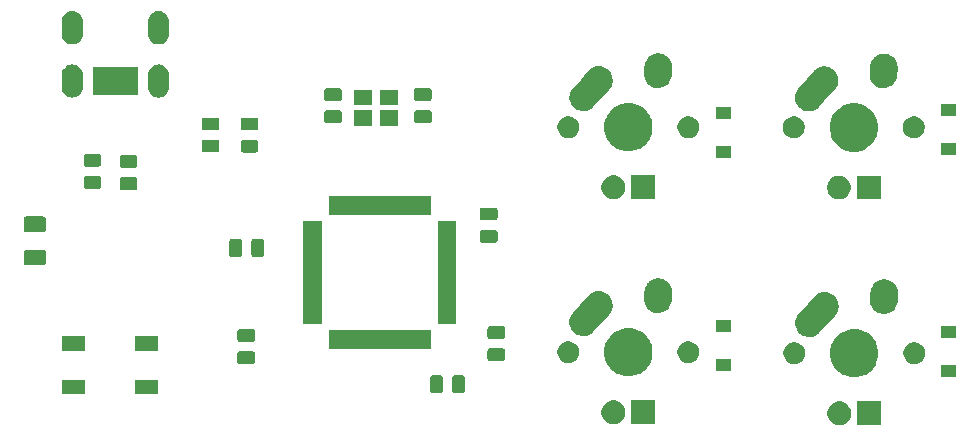
<source format=gbs>
G04 #@! TF.GenerationSoftware,KiCad,Pcbnew,(5.1.2)-1*
G04 #@! TF.CreationDate,2019-05-27T11:12:31-07:00*
G04 #@! TF.ProjectId,Aidan PCB,41696461-6e20-4504-9342-2e6b69636164,rev?*
G04 #@! TF.SameCoordinates,Original*
G04 #@! TF.FileFunction,Soldermask,Bot*
G04 #@! TF.FilePolarity,Negative*
%FSLAX46Y46*%
G04 Gerber Fmt 4.6, Leading zero omitted, Abs format (unit mm)*
G04 Created by KiCad (PCBNEW (5.1.2)-1) date 2019-05-27 11:12:31*
%MOMM*%
%LPD*%
G04 APERTURE LIST*
%ADD10C,0.100000*%
G04 APERTURE END LIST*
D10*
G36*
X118773500Y-106273500D02*
G01*
X116766500Y-106273500D01*
X116766500Y-104266500D01*
X118773500Y-104266500D01*
X118773500Y-106273500D01*
X118773500Y-106273500D01*
G37*
G36*
X115356425Y-104271988D02*
G01*
X115522710Y-104305063D01*
X115705336Y-104380709D01*
X115869694Y-104490530D01*
X116009470Y-104630306D01*
X116119291Y-104794664D01*
X116194937Y-104977290D01*
X116233500Y-105171164D01*
X116233500Y-105368836D01*
X116194937Y-105562710D01*
X116119291Y-105745336D01*
X116009470Y-105909694D01*
X115869694Y-106049470D01*
X115705336Y-106159291D01*
X115522710Y-106234937D01*
X115356425Y-106268012D01*
X115328837Y-106273500D01*
X115131163Y-106273500D01*
X115103575Y-106268012D01*
X114937290Y-106234937D01*
X114754664Y-106159291D01*
X114590306Y-106049470D01*
X114450530Y-105909694D01*
X114340709Y-105745336D01*
X114265063Y-105562710D01*
X114226500Y-105368836D01*
X114226500Y-105171164D01*
X114265063Y-104977290D01*
X114340709Y-104794664D01*
X114450530Y-104630306D01*
X114590306Y-104490530D01*
X114754664Y-104380709D01*
X114937290Y-104305063D01*
X115103575Y-104271988D01*
X115131163Y-104266500D01*
X115328837Y-104266500D01*
X115356425Y-104271988D01*
X115356425Y-104271988D01*
G37*
G36*
X96231425Y-104189738D02*
G01*
X96397710Y-104222813D01*
X96580336Y-104298459D01*
X96744694Y-104408280D01*
X96884470Y-104548056D01*
X96994291Y-104712414D01*
X97069937Y-104895040D01*
X97108500Y-105088914D01*
X97108500Y-105286586D01*
X97069937Y-105480460D01*
X96994291Y-105663086D01*
X96884470Y-105827444D01*
X96744694Y-105967220D01*
X96580336Y-106077041D01*
X96397710Y-106152687D01*
X96231425Y-106185762D01*
X96203837Y-106191250D01*
X96006163Y-106191250D01*
X95978575Y-106185762D01*
X95812290Y-106152687D01*
X95629664Y-106077041D01*
X95465306Y-105967220D01*
X95325530Y-105827444D01*
X95215709Y-105663086D01*
X95140063Y-105480460D01*
X95101500Y-105286586D01*
X95101500Y-105088914D01*
X95140063Y-104895040D01*
X95215709Y-104712414D01*
X95325530Y-104548056D01*
X95465306Y-104408280D01*
X95629664Y-104298459D01*
X95812290Y-104222813D01*
X95978575Y-104189738D01*
X96006163Y-104184250D01*
X96203837Y-104184250D01*
X96231425Y-104189738D01*
X96231425Y-104189738D01*
G37*
G36*
X99648500Y-106191250D02*
G01*
X97641500Y-106191250D01*
X97641500Y-104184250D01*
X99648500Y-104184250D01*
X99648500Y-106191250D01*
X99648500Y-106191250D01*
G37*
G36*
X51351000Y-103676000D02*
G01*
X49449000Y-103676000D01*
X49449000Y-102474000D01*
X51351000Y-102474000D01*
X51351000Y-103676000D01*
X51351000Y-103676000D01*
G37*
G36*
X57551000Y-103676000D02*
G01*
X55649000Y-103676000D01*
X55649000Y-102474000D01*
X57551000Y-102474000D01*
X57551000Y-103676000D01*
X57551000Y-103676000D01*
G37*
G36*
X81496968Y-102078565D02*
G01*
X81535638Y-102090296D01*
X81571277Y-102109346D01*
X81602517Y-102134983D01*
X81628154Y-102166223D01*
X81647204Y-102201862D01*
X81658935Y-102240532D01*
X81663500Y-102286888D01*
X81663500Y-103363112D01*
X81658935Y-103409468D01*
X81647204Y-103448138D01*
X81628154Y-103483777D01*
X81602517Y-103515017D01*
X81571277Y-103540654D01*
X81535638Y-103559704D01*
X81496968Y-103571435D01*
X81450612Y-103576000D01*
X80799388Y-103576000D01*
X80753032Y-103571435D01*
X80714362Y-103559704D01*
X80678723Y-103540654D01*
X80647483Y-103515017D01*
X80621846Y-103483777D01*
X80602796Y-103448138D01*
X80591065Y-103409468D01*
X80586500Y-103363112D01*
X80586500Y-102286888D01*
X80591065Y-102240532D01*
X80602796Y-102201862D01*
X80621846Y-102166223D01*
X80647483Y-102134983D01*
X80678723Y-102109346D01*
X80714362Y-102090296D01*
X80753032Y-102078565D01*
X80799388Y-102074000D01*
X81450612Y-102074000D01*
X81496968Y-102078565D01*
X81496968Y-102078565D01*
G37*
G36*
X83371968Y-102078565D02*
G01*
X83410638Y-102090296D01*
X83446277Y-102109346D01*
X83477517Y-102134983D01*
X83503154Y-102166223D01*
X83522204Y-102201862D01*
X83533935Y-102240532D01*
X83538500Y-102286888D01*
X83538500Y-103363112D01*
X83533935Y-103409468D01*
X83522204Y-103448138D01*
X83503154Y-103483777D01*
X83477517Y-103515017D01*
X83446277Y-103540654D01*
X83410638Y-103559704D01*
X83371968Y-103571435D01*
X83325612Y-103576000D01*
X82674388Y-103576000D01*
X82628032Y-103571435D01*
X82589362Y-103559704D01*
X82553723Y-103540654D01*
X82522483Y-103515017D01*
X82496846Y-103483777D01*
X82477796Y-103448138D01*
X82466065Y-103409468D01*
X82461500Y-103363112D01*
X82461500Y-102286888D01*
X82466065Y-102240532D01*
X82477796Y-102201862D01*
X82496846Y-102166223D01*
X82522483Y-102134983D01*
X82553723Y-102109346D01*
X82589362Y-102090296D01*
X82628032Y-102078565D01*
X82674388Y-102074000D01*
X83325612Y-102074000D01*
X83371968Y-102078565D01*
X83371968Y-102078565D01*
G37*
G36*
X117096474Y-98223684D02*
G01*
X117223811Y-98276429D01*
X117468623Y-98377833D01*
X117803548Y-98601623D01*
X118088377Y-98886452D01*
X118312167Y-99221377D01*
X118344562Y-99299586D01*
X118466316Y-99593526D01*
X118544900Y-99988594D01*
X118544900Y-100391406D01*
X118466316Y-100786474D01*
X118383819Y-100985638D01*
X118312167Y-101158623D01*
X118088377Y-101493548D01*
X117803548Y-101778377D01*
X117468623Y-102002167D01*
X117314474Y-102066017D01*
X117096474Y-102156316D01*
X116701406Y-102234900D01*
X116298594Y-102234900D01*
X115903526Y-102156316D01*
X115685526Y-102066017D01*
X115531377Y-102002167D01*
X115196452Y-101778377D01*
X114911623Y-101493548D01*
X114687833Y-101158623D01*
X114616181Y-100985638D01*
X114533684Y-100786474D01*
X114455100Y-100391406D01*
X114455100Y-99988594D01*
X114533684Y-99593526D01*
X114655438Y-99299586D01*
X114687833Y-99221377D01*
X114911623Y-98886452D01*
X115196452Y-98601623D01*
X115531377Y-98377833D01*
X115776189Y-98276429D01*
X115903526Y-98223684D01*
X116298594Y-98145100D01*
X116701406Y-98145100D01*
X117096474Y-98223684D01*
X117096474Y-98223684D01*
G37*
G36*
X125111000Y-102227000D02*
G01*
X123809000Y-102227000D01*
X123809000Y-101225000D01*
X125111000Y-101225000D01*
X125111000Y-102227000D01*
X125111000Y-102227000D01*
G37*
G36*
X97971474Y-98141434D02*
G01*
X98105250Y-98196846D01*
X98343623Y-98295583D01*
X98678548Y-98519373D01*
X98963377Y-98804202D01*
X99187167Y-99139127D01*
X99228328Y-99238500D01*
X99341316Y-99511276D01*
X99419900Y-99906344D01*
X99419900Y-100309156D01*
X99341316Y-100704224D01*
X99261557Y-100896778D01*
X99187167Y-101076373D01*
X98963377Y-101411298D01*
X98678548Y-101696127D01*
X98343623Y-101919917D01*
X98189474Y-101983767D01*
X97971474Y-102074066D01*
X97576406Y-102152650D01*
X97173594Y-102152650D01*
X96778526Y-102074066D01*
X96560526Y-101983767D01*
X96406377Y-101919917D01*
X96071452Y-101696127D01*
X95786623Y-101411298D01*
X95562833Y-101076373D01*
X95488443Y-100896778D01*
X95408684Y-100704224D01*
X95330100Y-100309156D01*
X95330100Y-99906344D01*
X95408684Y-99511276D01*
X95521672Y-99238500D01*
X95562833Y-99139127D01*
X95786623Y-98804202D01*
X96071452Y-98519373D01*
X96406377Y-98295583D01*
X96644750Y-98196846D01*
X96778526Y-98141434D01*
X97173594Y-98062850D01*
X97576406Y-98062850D01*
X97971474Y-98141434D01*
X97971474Y-98141434D01*
G37*
G36*
X106061000Y-101719000D02*
G01*
X104759000Y-101719000D01*
X104759000Y-100717000D01*
X106061000Y-100717000D01*
X106061000Y-101719000D01*
X106061000Y-101719000D01*
G37*
G36*
X121850104Y-99299585D02*
G01*
X122018626Y-99369389D01*
X122170291Y-99470728D01*
X122299272Y-99599709D01*
X122400611Y-99751374D01*
X122470415Y-99919896D01*
X122506000Y-100098797D01*
X122506000Y-100281203D01*
X122470415Y-100460104D01*
X122400611Y-100628626D01*
X122299272Y-100780291D01*
X122170291Y-100909272D01*
X122018626Y-101010611D01*
X121850104Y-101080415D01*
X121671203Y-101116000D01*
X121488797Y-101116000D01*
X121309896Y-101080415D01*
X121141374Y-101010611D01*
X120989709Y-100909272D01*
X120860728Y-100780291D01*
X120759389Y-100628626D01*
X120689585Y-100460104D01*
X120654000Y-100281203D01*
X120654000Y-100098797D01*
X120689585Y-99919896D01*
X120759389Y-99751374D01*
X120860728Y-99599709D01*
X120989709Y-99470728D01*
X121141374Y-99369389D01*
X121309896Y-99299585D01*
X121488797Y-99264000D01*
X121671203Y-99264000D01*
X121850104Y-99299585D01*
X121850104Y-99299585D01*
G37*
G36*
X111690104Y-99299585D02*
G01*
X111858626Y-99369389D01*
X112010291Y-99470728D01*
X112139272Y-99599709D01*
X112240611Y-99751374D01*
X112310415Y-99919896D01*
X112346000Y-100098797D01*
X112346000Y-100281203D01*
X112310415Y-100460104D01*
X112240611Y-100628626D01*
X112139272Y-100780291D01*
X112010291Y-100909272D01*
X111858626Y-101010611D01*
X111690104Y-101080415D01*
X111511203Y-101116000D01*
X111328797Y-101116000D01*
X111149896Y-101080415D01*
X110981374Y-101010611D01*
X110829709Y-100909272D01*
X110700728Y-100780291D01*
X110599389Y-100628626D01*
X110529585Y-100460104D01*
X110494000Y-100281203D01*
X110494000Y-100098797D01*
X110529585Y-99919896D01*
X110599389Y-99751374D01*
X110700728Y-99599709D01*
X110829709Y-99470728D01*
X110981374Y-99369389D01*
X111149896Y-99299585D01*
X111328797Y-99264000D01*
X111511203Y-99264000D01*
X111690104Y-99299585D01*
X111690104Y-99299585D01*
G37*
G36*
X65609468Y-100041065D02*
G01*
X65648138Y-100052796D01*
X65683777Y-100071846D01*
X65715017Y-100097483D01*
X65740654Y-100128723D01*
X65759704Y-100164362D01*
X65771435Y-100203032D01*
X65776000Y-100249388D01*
X65776000Y-100900612D01*
X65771435Y-100946968D01*
X65759704Y-100985638D01*
X65740654Y-101021277D01*
X65715017Y-101052517D01*
X65683777Y-101078154D01*
X65648138Y-101097204D01*
X65609468Y-101108935D01*
X65563112Y-101113500D01*
X64486888Y-101113500D01*
X64440532Y-101108935D01*
X64401862Y-101097204D01*
X64366223Y-101078154D01*
X64334983Y-101052517D01*
X64309346Y-101021277D01*
X64290296Y-100985638D01*
X64278565Y-100946968D01*
X64274000Y-100900612D01*
X64274000Y-100249388D01*
X64278565Y-100203032D01*
X64290296Y-100164362D01*
X64309346Y-100128723D01*
X64334983Y-100097483D01*
X64366223Y-100071846D01*
X64401862Y-100052796D01*
X64440532Y-100041065D01*
X64486888Y-100036500D01*
X65563112Y-100036500D01*
X65609468Y-100041065D01*
X65609468Y-100041065D01*
G37*
G36*
X102725104Y-99217335D02*
G01*
X102893626Y-99287139D01*
X103045291Y-99388478D01*
X103174272Y-99517459D01*
X103275611Y-99669124D01*
X103345415Y-99837646D01*
X103381000Y-100016547D01*
X103381000Y-100198953D01*
X103345415Y-100377854D01*
X103275611Y-100546376D01*
X103174272Y-100698041D01*
X103045291Y-100827022D01*
X102893626Y-100928361D01*
X102725104Y-100998165D01*
X102546203Y-101033750D01*
X102363797Y-101033750D01*
X102184896Y-100998165D01*
X102016374Y-100928361D01*
X101864709Y-100827022D01*
X101735728Y-100698041D01*
X101634389Y-100546376D01*
X101564585Y-100377854D01*
X101529000Y-100198953D01*
X101529000Y-100016547D01*
X101564585Y-99837646D01*
X101634389Y-99669124D01*
X101735728Y-99517459D01*
X101864709Y-99388478D01*
X102016374Y-99287139D01*
X102184896Y-99217335D01*
X102363797Y-99181750D01*
X102546203Y-99181750D01*
X102725104Y-99217335D01*
X102725104Y-99217335D01*
G37*
G36*
X92565104Y-99217335D02*
G01*
X92733626Y-99287139D01*
X92885291Y-99388478D01*
X93014272Y-99517459D01*
X93115611Y-99669124D01*
X93185415Y-99837646D01*
X93221000Y-100016547D01*
X93221000Y-100198953D01*
X93185415Y-100377854D01*
X93115611Y-100546376D01*
X93014272Y-100698041D01*
X92885291Y-100827022D01*
X92733626Y-100928361D01*
X92565104Y-100998165D01*
X92386203Y-101033750D01*
X92203797Y-101033750D01*
X92024896Y-100998165D01*
X91856374Y-100928361D01*
X91704709Y-100827022D01*
X91575728Y-100698041D01*
X91474389Y-100546376D01*
X91404585Y-100377854D01*
X91369000Y-100198953D01*
X91369000Y-100016547D01*
X91404585Y-99837646D01*
X91474389Y-99669124D01*
X91575728Y-99517459D01*
X91704709Y-99388478D01*
X91856374Y-99287139D01*
X92024896Y-99217335D01*
X92203797Y-99181750D01*
X92386203Y-99181750D01*
X92565104Y-99217335D01*
X92565104Y-99217335D01*
G37*
G36*
X86784468Y-99791065D02*
G01*
X86823138Y-99802796D01*
X86858777Y-99821846D01*
X86890017Y-99847483D01*
X86915654Y-99878723D01*
X86934704Y-99914362D01*
X86946435Y-99953032D01*
X86951000Y-99999388D01*
X86951000Y-100650612D01*
X86946435Y-100696968D01*
X86934704Y-100735638D01*
X86915654Y-100771277D01*
X86890017Y-100802517D01*
X86858777Y-100828154D01*
X86823138Y-100847204D01*
X86784468Y-100858935D01*
X86738112Y-100863500D01*
X85661888Y-100863500D01*
X85615532Y-100858935D01*
X85576862Y-100847204D01*
X85541223Y-100828154D01*
X85509983Y-100802517D01*
X85484346Y-100771277D01*
X85465296Y-100735638D01*
X85453565Y-100696968D01*
X85449000Y-100650612D01*
X85449000Y-99999388D01*
X85453565Y-99953032D01*
X85465296Y-99914362D01*
X85484346Y-99878723D01*
X85509983Y-99847483D01*
X85541223Y-99821846D01*
X85576862Y-99802796D01*
X85615532Y-99791065D01*
X85661888Y-99786500D01*
X86738112Y-99786500D01*
X86784468Y-99791065D01*
X86784468Y-99791065D01*
G37*
G36*
X57551000Y-99976000D02*
G01*
X55649000Y-99976000D01*
X55649000Y-98774000D01*
X57551000Y-98774000D01*
X57551000Y-99976000D01*
X57551000Y-99976000D01*
G37*
G36*
X51351000Y-99976000D02*
G01*
X49449000Y-99976000D01*
X49449000Y-98774000D01*
X51351000Y-98774000D01*
X51351000Y-99976000D01*
X51351000Y-99976000D01*
G37*
G36*
X80650000Y-99857500D02*
G01*
X71998000Y-99857500D01*
X71998000Y-98255500D01*
X80650000Y-98255500D01*
X80650000Y-99857500D01*
X80650000Y-99857500D01*
G37*
G36*
X65609468Y-98166065D02*
G01*
X65648138Y-98177796D01*
X65683777Y-98196846D01*
X65715017Y-98222483D01*
X65740654Y-98253723D01*
X65759704Y-98289362D01*
X65771435Y-98328032D01*
X65776000Y-98374388D01*
X65776000Y-99025612D01*
X65771435Y-99071968D01*
X65759704Y-99110638D01*
X65740654Y-99146277D01*
X65715017Y-99177517D01*
X65683777Y-99203154D01*
X65648138Y-99222204D01*
X65609468Y-99233935D01*
X65563112Y-99238500D01*
X64486888Y-99238500D01*
X64440532Y-99233935D01*
X64401862Y-99222204D01*
X64366223Y-99203154D01*
X64334983Y-99177517D01*
X64309346Y-99146277D01*
X64290296Y-99110638D01*
X64278565Y-99071968D01*
X64274000Y-99025612D01*
X64274000Y-98374388D01*
X64278565Y-98328032D01*
X64290296Y-98289362D01*
X64309346Y-98253723D01*
X64334983Y-98222483D01*
X64366223Y-98196846D01*
X64401862Y-98177796D01*
X64440532Y-98166065D01*
X64486888Y-98161500D01*
X65563112Y-98161500D01*
X65609468Y-98166065D01*
X65609468Y-98166065D01*
G37*
G36*
X86784468Y-97916065D02*
G01*
X86823138Y-97927796D01*
X86858777Y-97946846D01*
X86890017Y-97972483D01*
X86915654Y-98003723D01*
X86934704Y-98039362D01*
X86946435Y-98078032D01*
X86951000Y-98124388D01*
X86951000Y-98775612D01*
X86946435Y-98821968D01*
X86934704Y-98860638D01*
X86915654Y-98896277D01*
X86890017Y-98927517D01*
X86858777Y-98953154D01*
X86823138Y-98972204D01*
X86784468Y-98983935D01*
X86738112Y-98988500D01*
X85661888Y-98988500D01*
X85615532Y-98983935D01*
X85576862Y-98972204D01*
X85541223Y-98953154D01*
X85509983Y-98927517D01*
X85484346Y-98896277D01*
X85465296Y-98860638D01*
X85453565Y-98821968D01*
X85449000Y-98775612D01*
X85449000Y-98124388D01*
X85453565Y-98078032D01*
X85465296Y-98039362D01*
X85484346Y-98003723D01*
X85509983Y-97972483D01*
X85541223Y-97946846D01*
X85576862Y-97927796D01*
X85615532Y-97916065D01*
X85661888Y-97911500D01*
X86738112Y-97911500D01*
X86784468Y-97916065D01*
X86784468Y-97916065D01*
G37*
G36*
X125111000Y-98927000D02*
G01*
X123809000Y-98927000D01*
X123809000Y-97925000D01*
X125111000Y-97925000D01*
X125111000Y-98927000D01*
X125111000Y-98927000D01*
G37*
G36*
X114023205Y-95013881D02*
G01*
X114028645Y-95014000D01*
X114115828Y-95014000D01*
X114132097Y-95017236D01*
X114150956Y-95019515D01*
X114167532Y-95020246D01*
X114252223Y-95041010D01*
X114257518Y-95042184D01*
X114343027Y-95059193D01*
X114358362Y-95065545D01*
X114376401Y-95071455D01*
X114392521Y-95075407D01*
X114471504Y-95112280D01*
X114476494Y-95114477D01*
X114557045Y-95147842D01*
X114570841Y-95157060D01*
X114587393Y-95166382D01*
X114602426Y-95173400D01*
X114672694Y-95224971D01*
X114677192Y-95228122D01*
X114749656Y-95276541D01*
X114761383Y-95288268D01*
X114775809Y-95300648D01*
X114789179Y-95310461D01*
X114844400Y-95370777D01*
X114848021Y-95374733D01*
X114851829Y-95378714D01*
X114913459Y-95440344D01*
X114922674Y-95454135D01*
X114934396Y-95469078D01*
X114945605Y-95481321D01*
X114990799Y-95555874D01*
X114993746Y-95560501D01*
X115018244Y-95597166D01*
X115042158Y-95632955D01*
X115048505Y-95648277D01*
X115057092Y-95665231D01*
X115065691Y-95679417D01*
X115095478Y-95761368D01*
X115097452Y-95766448D01*
X115130807Y-95846973D01*
X115130807Y-95846974D01*
X115134041Y-95863233D01*
X115139158Y-95881542D01*
X115144825Y-95897134D01*
X115158055Y-95983345D01*
X115159001Y-95988713D01*
X115176000Y-96074173D01*
X115176000Y-96090752D01*
X115177444Y-96109692D01*
X115179963Y-96126104D01*
X115176120Y-96213249D01*
X115176000Y-96218689D01*
X115176000Y-96305825D01*
X115172766Y-96322083D01*
X115170488Y-96340941D01*
X115169756Y-96357531D01*
X115148988Y-96442237D01*
X115147812Y-96447537D01*
X115130807Y-96533027D01*
X115124457Y-96548357D01*
X115118549Y-96566393D01*
X115114595Y-96582520D01*
X115077711Y-96661526D01*
X115075511Y-96666523D01*
X115042158Y-96747045D01*
X115032944Y-96760835D01*
X115023622Y-96777387D01*
X115016602Y-96792424D01*
X114965011Y-96862720D01*
X114961866Y-96867210D01*
X114913461Y-96939654D01*
X114856460Y-96996655D01*
X114851811Y-97001563D01*
X113899559Y-98062850D01*
X113526723Y-98478376D01*
X113398679Y-98595602D01*
X113299631Y-98655645D01*
X113200583Y-98715689D01*
X112982866Y-98794823D01*
X112753895Y-98829961D01*
X112522470Y-98819754D01*
X112297481Y-98764593D01*
X112192727Y-98715689D01*
X112087579Y-98666602D01*
X111990838Y-98595602D01*
X111900823Y-98529539D01*
X111825520Y-98447287D01*
X111744398Y-98358679D01*
X111662564Y-98223685D01*
X111624311Y-98160583D01*
X111545177Y-97942866D01*
X111510039Y-97713895D01*
X111520246Y-97482470D01*
X111575407Y-97257481D01*
X111626972Y-97147028D01*
X111673398Y-97047580D01*
X111692752Y-97021209D01*
X111776114Y-96907622D01*
X112565847Y-96027463D01*
X113062787Y-95473621D01*
X113073681Y-95459589D01*
X113086539Y-95440346D01*
X113143573Y-95383312D01*
X113148223Y-95378403D01*
X113163278Y-95361624D01*
X113184701Y-95342011D01*
X113188682Y-95338203D01*
X113250346Y-95276539D01*
X113264143Y-95267320D01*
X113279102Y-95255585D01*
X113291321Y-95244398D01*
X113334205Y-95218402D01*
X113365830Y-95199231D01*
X113370421Y-95196308D01*
X113442955Y-95147842D01*
X113458300Y-95141486D01*
X113475248Y-95132901D01*
X113489416Y-95124312D01*
X113489417Y-95124312D01*
X113489418Y-95124311D01*
X113571312Y-95094545D01*
X113576410Y-95092563D01*
X113656973Y-95059193D01*
X113673252Y-95055955D01*
X113691542Y-95050844D01*
X113707135Y-95045177D01*
X113793300Y-95031954D01*
X113798663Y-95031009D01*
X113884173Y-95014000D01*
X113900766Y-95014000D01*
X113919709Y-95012555D01*
X113936106Y-95010039D01*
X114023205Y-95013881D01*
X114023205Y-95013881D01*
G37*
G36*
X94898205Y-94931631D02*
G01*
X94903645Y-94931750D01*
X94990828Y-94931750D01*
X95007097Y-94934986D01*
X95025956Y-94937265D01*
X95042532Y-94937996D01*
X95127223Y-94958760D01*
X95132518Y-94959934D01*
X95218027Y-94976943D01*
X95233362Y-94983295D01*
X95251401Y-94989205D01*
X95267521Y-94993157D01*
X95346504Y-95030030D01*
X95351494Y-95032227D01*
X95432045Y-95065592D01*
X95445841Y-95074810D01*
X95462393Y-95084132D01*
X95477426Y-95091150D01*
X95547694Y-95142721D01*
X95552190Y-95145871D01*
X95596876Y-95175729D01*
X95624656Y-95194291D01*
X95636383Y-95206018D01*
X95650809Y-95218398D01*
X95664179Y-95228211D01*
X95713882Y-95282500D01*
X95723021Y-95292483D01*
X95726829Y-95296464D01*
X95788459Y-95358094D01*
X95797674Y-95371885D01*
X95809396Y-95386828D01*
X95820605Y-95399071D01*
X95865797Y-95473621D01*
X95868746Y-95478251D01*
X95917158Y-95550705D01*
X95923505Y-95566027D01*
X95932092Y-95582981D01*
X95940691Y-95597167D01*
X95970478Y-95679118D01*
X95972452Y-95684198D01*
X96005807Y-95764723D01*
X96005807Y-95764724D01*
X96009041Y-95780983D01*
X96014158Y-95799292D01*
X96019825Y-95814884D01*
X96033055Y-95901095D01*
X96034001Y-95906463D01*
X96051000Y-95991923D01*
X96051000Y-96008502D01*
X96052444Y-96027442D01*
X96054963Y-96043854D01*
X96051120Y-96130999D01*
X96051000Y-96136439D01*
X96051000Y-96223576D01*
X96049623Y-96230500D01*
X96047766Y-96239833D01*
X96045488Y-96258691D01*
X96044756Y-96275281D01*
X96023988Y-96359987D01*
X96022812Y-96365287D01*
X96005807Y-96450777D01*
X95999457Y-96466107D01*
X95993549Y-96484143D01*
X95989595Y-96500270D01*
X95952711Y-96579276D01*
X95950511Y-96584273D01*
X95917158Y-96664795D01*
X95907944Y-96678585D01*
X95898622Y-96695137D01*
X95891602Y-96710174D01*
X95840011Y-96780470D01*
X95836866Y-96784960D01*
X95788461Y-96857404D01*
X95731460Y-96914405D01*
X95726811Y-96919313D01*
X95366566Y-97320807D01*
X94401723Y-98396126D01*
X94273679Y-98513352D01*
X94174631Y-98573395D01*
X94075583Y-98633439D01*
X93857866Y-98712573D01*
X93628895Y-98747711D01*
X93397470Y-98737504D01*
X93172481Y-98682343D01*
X93067727Y-98633439D01*
X92962579Y-98584352D01*
X92865838Y-98513352D01*
X92775823Y-98447289D01*
X92666349Y-98327712D01*
X92619398Y-98276429D01*
X92537564Y-98141435D01*
X92499311Y-98078333D01*
X92420177Y-97860616D01*
X92385039Y-97631645D01*
X92395246Y-97400220D01*
X92450407Y-97175231D01*
X92517974Y-97030500D01*
X92548398Y-96965330D01*
X92548400Y-96965327D01*
X92651114Y-96825372D01*
X93280448Y-96123978D01*
X93937787Y-95391371D01*
X93948681Y-95377339D01*
X93961539Y-95358096D01*
X94018573Y-95301062D01*
X94023223Y-95296153D01*
X94038278Y-95279374D01*
X94059701Y-95259761D01*
X94063682Y-95255953D01*
X94125346Y-95194289D01*
X94139143Y-95185070D01*
X94154102Y-95173335D01*
X94166321Y-95162148D01*
X94213944Y-95133279D01*
X94240830Y-95116981D01*
X94245421Y-95114058D01*
X94317955Y-95065592D01*
X94333300Y-95059236D01*
X94350248Y-95050651D01*
X94364416Y-95042062D01*
X94364417Y-95042062D01*
X94364418Y-95042061D01*
X94446312Y-95012295D01*
X94451410Y-95010313D01*
X94531973Y-94976943D01*
X94548252Y-94973705D01*
X94566542Y-94968594D01*
X94582135Y-94962927D01*
X94668300Y-94949704D01*
X94673663Y-94948759D01*
X94759173Y-94931750D01*
X94775766Y-94931750D01*
X94794709Y-94930305D01*
X94811106Y-94927789D01*
X94898205Y-94931631D01*
X94898205Y-94931631D01*
G37*
G36*
X106061000Y-98419000D02*
G01*
X104759000Y-98419000D01*
X104759000Y-97417000D01*
X106061000Y-97417000D01*
X106061000Y-98419000D01*
X106061000Y-98419000D01*
G37*
G36*
X71425000Y-97682500D02*
G01*
X69823000Y-97682500D01*
X69823000Y-89030500D01*
X71425000Y-89030500D01*
X71425000Y-97682500D01*
X71425000Y-97682500D01*
G37*
G36*
X82825000Y-97682500D02*
G01*
X81223000Y-97682500D01*
X81223000Y-89030500D01*
X82825000Y-89030500D01*
X82825000Y-97682500D01*
X82825000Y-97682500D01*
G37*
G36*
X119128127Y-93932261D02*
G01*
X119148900Y-93934000D01*
X119155827Y-93934000D01*
X119250754Y-93952882D01*
X119254348Y-93953542D01*
X119349730Y-93969624D01*
X119356203Y-93972085D01*
X119376228Y-93977841D01*
X119383027Y-93979193D01*
X119432144Y-93999538D01*
X119472443Y-94016230D01*
X119475844Y-94017581D01*
X119566255Y-94051961D01*
X119572127Y-94055640D01*
X119590636Y-94065187D01*
X119597045Y-94067842D01*
X119677563Y-94121642D01*
X119680554Y-94123578D01*
X119762557Y-94174959D01*
X119767584Y-94179700D01*
X119783896Y-94192691D01*
X119789652Y-94196537D01*
X119858110Y-94264995D01*
X119860689Y-94267499D01*
X119931090Y-94333889D01*
X119935095Y-94339519D01*
X119948559Y-94355444D01*
X119953459Y-94360344D01*
X120006948Y-94440395D01*
X120007244Y-94440839D01*
X120009291Y-94443807D01*
X120065380Y-94522645D01*
X120068214Y-94528958D01*
X120078308Y-94547193D01*
X120082158Y-94552955D01*
X120119220Y-94642430D01*
X120120624Y-94645685D01*
X120160265Y-94733973D01*
X120161815Y-94740725D01*
X120168152Y-94760562D01*
X120170807Y-94766973D01*
X120189692Y-94861917D01*
X120190438Y-94865401D01*
X120212098Y-94959751D01*
X120212098Y-94959754D01*
X120212300Y-94966654D01*
X120214647Y-94987370D01*
X120216000Y-94994174D01*
X120216000Y-95090986D01*
X120216053Y-95094584D01*
X120217188Y-95133277D01*
X120216295Y-95146225D01*
X120216000Y-95154797D01*
X120216000Y-95225826D01*
X120210081Y-95255585D01*
X120209604Y-95257979D01*
X120207500Y-95273750D01*
X120169238Y-95828545D01*
X120140376Y-95999730D01*
X120058038Y-96216255D01*
X119935041Y-96412557D01*
X119776111Y-96581090D01*
X119587355Y-96715380D01*
X119376027Y-96810265D01*
X119150249Y-96862098D01*
X118918698Y-96868889D01*
X118918697Y-96868889D01*
X118873012Y-96861186D01*
X118690270Y-96830376D01*
X118473745Y-96748038D01*
X118277443Y-96625041D01*
X118108910Y-96466111D01*
X117974620Y-96277355D01*
X117879735Y-96066027D01*
X117827902Y-95840249D01*
X117822812Y-95666723D01*
X117863704Y-95073794D01*
X117864000Y-95065196D01*
X117864000Y-94994175D01*
X117866165Y-94983292D01*
X117882888Y-94899219D01*
X117883544Y-94895645D01*
X117884630Y-94889205D01*
X117899624Y-94800270D01*
X117902085Y-94793799D01*
X117907842Y-94773767D01*
X117909193Y-94766974D01*
X117911843Y-94760576D01*
X117946264Y-94677476D01*
X117947553Y-94674230D01*
X117981962Y-94583745D01*
X117985636Y-94577881D01*
X117995187Y-94559365D01*
X117997842Y-94552955D01*
X118051657Y-94472415D01*
X118053577Y-94469449D01*
X118104959Y-94387443D01*
X118109711Y-94382404D01*
X118122689Y-94366107D01*
X118126537Y-94360348D01*
X118194993Y-94291892D01*
X118197546Y-94289262D01*
X118208078Y-94278094D01*
X118263889Y-94218910D01*
X118269521Y-94214903D01*
X118285447Y-94201438D01*
X118290346Y-94196539D01*
X118370824Y-94142766D01*
X118373806Y-94140710D01*
X118452645Y-94084620D01*
X118458955Y-94081787D01*
X118477194Y-94071691D01*
X118482951Y-94067844D01*
X118482954Y-94067843D01*
X118482955Y-94067842D01*
X118572429Y-94030781D01*
X118575687Y-94029375D01*
X118663973Y-93989735D01*
X118670725Y-93988185D01*
X118690562Y-93981848D01*
X118696973Y-93979193D01*
X118791899Y-93960311D01*
X118795446Y-93959551D01*
X118889751Y-93937901D01*
X118892130Y-93937831D01*
X118896665Y-93937698D01*
X118917381Y-93935351D01*
X118924174Y-93934000D01*
X119020959Y-93934000D01*
X119024584Y-93933947D01*
X119121302Y-93931110D01*
X119128127Y-93932261D01*
X119128127Y-93932261D01*
G37*
G36*
X100003127Y-93850011D02*
G01*
X100023900Y-93851750D01*
X100030827Y-93851750D01*
X100125754Y-93870632D01*
X100129348Y-93871292D01*
X100224730Y-93887374D01*
X100231203Y-93889835D01*
X100251228Y-93895591D01*
X100258027Y-93896943D01*
X100320414Y-93922784D01*
X100347443Y-93933980D01*
X100350844Y-93935331D01*
X100441255Y-93969711D01*
X100447127Y-93973390D01*
X100465636Y-93982937D01*
X100472045Y-93985592D01*
X100552563Y-94039392D01*
X100555554Y-94041328D01*
X100637557Y-94092709D01*
X100642584Y-94097450D01*
X100658896Y-94110441D01*
X100664652Y-94114287D01*
X100733110Y-94182745D01*
X100735689Y-94185249D01*
X100806090Y-94251639D01*
X100810095Y-94257269D01*
X100823559Y-94273194D01*
X100828459Y-94278094D01*
X100882244Y-94358589D01*
X100884291Y-94361557D01*
X100940380Y-94440395D01*
X100943214Y-94446708D01*
X100953308Y-94464943D01*
X100957158Y-94470705D01*
X100994220Y-94560180D01*
X100995624Y-94563435D01*
X101035265Y-94651723D01*
X101036815Y-94658475D01*
X101043152Y-94678312D01*
X101045807Y-94684723D01*
X101064692Y-94779667D01*
X101065438Y-94783151D01*
X101087098Y-94877501D01*
X101087098Y-94877504D01*
X101087300Y-94884404D01*
X101089647Y-94905120D01*
X101091000Y-94911924D01*
X101091000Y-95008736D01*
X101091053Y-95012334D01*
X101092188Y-95051027D01*
X101091295Y-95063975D01*
X101091000Y-95072547D01*
X101091000Y-95143576D01*
X101085068Y-95173400D01*
X101084604Y-95175729D01*
X101082500Y-95191500D01*
X101044238Y-95746295D01*
X101015376Y-95917480D01*
X100933038Y-96134005D01*
X100810041Y-96330307D01*
X100651111Y-96498840D01*
X100462355Y-96633130D01*
X100251027Y-96728015D01*
X100025249Y-96779848D01*
X99793698Y-96786639D01*
X99793697Y-96786639D01*
X99738864Y-96777394D01*
X99565270Y-96748126D01*
X99348745Y-96665788D01*
X99152443Y-96542791D01*
X98983910Y-96383861D01*
X98849620Y-96195105D01*
X98754735Y-95983777D01*
X98702902Y-95757999D01*
X98697812Y-95584473D01*
X98738704Y-94991544D01*
X98739000Y-94982946D01*
X98739000Y-94911925D01*
X98757882Y-94817000D01*
X98758544Y-94813395D01*
X98760757Y-94800272D01*
X98774624Y-94718020D01*
X98777085Y-94711549D01*
X98782842Y-94691517D01*
X98784193Y-94684724D01*
X98788577Y-94674140D01*
X98821264Y-94595226D01*
X98822553Y-94591980D01*
X98856962Y-94501495D01*
X98860636Y-94495631D01*
X98870187Y-94477115D01*
X98872842Y-94470705D01*
X98926657Y-94390165D01*
X98928577Y-94387199D01*
X98979959Y-94305193D01*
X98984711Y-94300154D01*
X98997689Y-94283857D01*
X99001537Y-94278098D01*
X99069993Y-94209642D01*
X99072546Y-94207012D01*
X99093023Y-94185298D01*
X99138889Y-94136660D01*
X99144521Y-94132653D01*
X99160447Y-94119188D01*
X99165346Y-94114289D01*
X99245824Y-94060516D01*
X99248806Y-94058460D01*
X99327645Y-94002370D01*
X99333955Y-93999537D01*
X99352194Y-93989441D01*
X99357951Y-93985594D01*
X99357954Y-93985593D01*
X99357955Y-93985592D01*
X99447429Y-93948531D01*
X99450687Y-93947125D01*
X99538973Y-93907485D01*
X99545725Y-93905935D01*
X99565562Y-93899598D01*
X99571973Y-93896943D01*
X99666899Y-93878061D01*
X99670446Y-93877301D01*
X99764751Y-93855651D01*
X99767130Y-93855581D01*
X99771665Y-93855448D01*
X99792381Y-93853101D01*
X99799174Y-93851750D01*
X99895959Y-93851750D01*
X99899584Y-93851697D01*
X99996302Y-93848860D01*
X100003127Y-93850011D01*
X100003127Y-93850011D01*
G37*
G36*
X47898604Y-91418347D02*
G01*
X47935144Y-91429432D01*
X47968821Y-91447433D01*
X47998341Y-91471659D01*
X48022567Y-91501179D01*
X48040568Y-91534856D01*
X48051653Y-91571396D01*
X48056000Y-91615538D01*
X48056000Y-92564462D01*
X48051653Y-92608604D01*
X48040568Y-92645144D01*
X48022567Y-92678821D01*
X47998341Y-92708341D01*
X47968821Y-92732567D01*
X47935144Y-92750568D01*
X47898604Y-92761653D01*
X47854462Y-92766000D01*
X46405538Y-92766000D01*
X46361396Y-92761653D01*
X46324856Y-92750568D01*
X46291179Y-92732567D01*
X46261659Y-92708341D01*
X46237433Y-92678821D01*
X46219432Y-92645144D01*
X46208347Y-92608604D01*
X46204000Y-92564462D01*
X46204000Y-91615538D01*
X46208347Y-91571396D01*
X46219432Y-91534856D01*
X46237433Y-91501179D01*
X46261659Y-91471659D01*
X46291179Y-91447433D01*
X46324856Y-91429432D01*
X46361396Y-91418347D01*
X46405538Y-91414000D01*
X47854462Y-91414000D01*
X47898604Y-91418347D01*
X47898604Y-91418347D01*
G37*
G36*
X66371968Y-90528565D02*
G01*
X66410638Y-90540296D01*
X66446277Y-90559346D01*
X66477517Y-90584983D01*
X66503154Y-90616223D01*
X66522204Y-90651862D01*
X66533935Y-90690532D01*
X66538500Y-90736888D01*
X66538500Y-91813112D01*
X66533935Y-91859468D01*
X66522204Y-91898138D01*
X66503154Y-91933777D01*
X66477517Y-91965017D01*
X66446277Y-91990654D01*
X66410638Y-92009704D01*
X66371968Y-92021435D01*
X66325612Y-92026000D01*
X65674388Y-92026000D01*
X65628032Y-92021435D01*
X65589362Y-92009704D01*
X65553723Y-91990654D01*
X65522483Y-91965017D01*
X65496846Y-91933777D01*
X65477796Y-91898138D01*
X65466065Y-91859468D01*
X65461500Y-91813112D01*
X65461500Y-90736888D01*
X65466065Y-90690532D01*
X65477796Y-90651862D01*
X65496846Y-90616223D01*
X65522483Y-90584983D01*
X65553723Y-90559346D01*
X65589362Y-90540296D01*
X65628032Y-90528565D01*
X65674388Y-90524000D01*
X66325612Y-90524000D01*
X66371968Y-90528565D01*
X66371968Y-90528565D01*
G37*
G36*
X64496968Y-90528565D02*
G01*
X64535638Y-90540296D01*
X64571277Y-90559346D01*
X64602517Y-90584983D01*
X64628154Y-90616223D01*
X64647204Y-90651862D01*
X64658935Y-90690532D01*
X64663500Y-90736888D01*
X64663500Y-91813112D01*
X64658935Y-91859468D01*
X64647204Y-91898138D01*
X64628154Y-91933777D01*
X64602517Y-91965017D01*
X64571277Y-91990654D01*
X64535638Y-92009704D01*
X64496968Y-92021435D01*
X64450612Y-92026000D01*
X63799388Y-92026000D01*
X63753032Y-92021435D01*
X63714362Y-92009704D01*
X63678723Y-91990654D01*
X63647483Y-91965017D01*
X63621846Y-91933777D01*
X63602796Y-91898138D01*
X63591065Y-91859468D01*
X63586500Y-91813112D01*
X63586500Y-90736888D01*
X63591065Y-90690532D01*
X63602796Y-90651862D01*
X63621846Y-90616223D01*
X63647483Y-90584983D01*
X63678723Y-90559346D01*
X63714362Y-90540296D01*
X63753032Y-90528565D01*
X63799388Y-90524000D01*
X64450612Y-90524000D01*
X64496968Y-90528565D01*
X64496968Y-90528565D01*
G37*
G36*
X86134468Y-89753565D02*
G01*
X86173138Y-89765296D01*
X86208777Y-89784346D01*
X86240017Y-89809983D01*
X86265654Y-89841223D01*
X86284704Y-89876862D01*
X86296435Y-89915532D01*
X86301000Y-89961888D01*
X86301000Y-90613112D01*
X86296435Y-90659468D01*
X86284704Y-90698138D01*
X86265654Y-90733777D01*
X86240017Y-90765017D01*
X86208777Y-90790654D01*
X86173138Y-90809704D01*
X86134468Y-90821435D01*
X86088112Y-90826000D01*
X85011888Y-90826000D01*
X84965532Y-90821435D01*
X84926862Y-90809704D01*
X84891223Y-90790654D01*
X84859983Y-90765017D01*
X84834346Y-90733777D01*
X84815296Y-90698138D01*
X84803565Y-90659468D01*
X84799000Y-90613112D01*
X84799000Y-89961888D01*
X84803565Y-89915532D01*
X84815296Y-89876862D01*
X84834346Y-89841223D01*
X84859983Y-89809983D01*
X84891223Y-89784346D01*
X84926862Y-89765296D01*
X84965532Y-89753565D01*
X85011888Y-89749000D01*
X86088112Y-89749000D01*
X86134468Y-89753565D01*
X86134468Y-89753565D01*
G37*
G36*
X47898604Y-88618347D02*
G01*
X47935144Y-88629432D01*
X47968821Y-88647433D01*
X47998341Y-88671659D01*
X48022567Y-88701179D01*
X48040568Y-88734856D01*
X48051653Y-88771396D01*
X48056000Y-88815538D01*
X48056000Y-89764462D01*
X48051653Y-89808604D01*
X48040568Y-89845144D01*
X48022567Y-89878821D01*
X47998341Y-89908341D01*
X47968821Y-89932567D01*
X47935144Y-89950568D01*
X47898604Y-89961653D01*
X47854462Y-89966000D01*
X46405538Y-89966000D01*
X46361396Y-89961653D01*
X46324856Y-89950568D01*
X46291179Y-89932567D01*
X46261659Y-89908341D01*
X46237433Y-89878821D01*
X46219432Y-89845144D01*
X46208347Y-89808604D01*
X46204000Y-89764462D01*
X46204000Y-88815538D01*
X46208347Y-88771396D01*
X46219432Y-88734856D01*
X46237433Y-88701179D01*
X46261659Y-88671659D01*
X46291179Y-88647433D01*
X46324856Y-88629432D01*
X46361396Y-88618347D01*
X46405538Y-88614000D01*
X47854462Y-88614000D01*
X47898604Y-88618347D01*
X47898604Y-88618347D01*
G37*
G36*
X86134468Y-87878565D02*
G01*
X86173138Y-87890296D01*
X86208777Y-87909346D01*
X86240017Y-87934983D01*
X86265654Y-87966223D01*
X86284704Y-88001862D01*
X86296435Y-88040532D01*
X86301000Y-88086888D01*
X86301000Y-88738112D01*
X86296435Y-88784468D01*
X86284704Y-88823138D01*
X86265654Y-88858777D01*
X86240017Y-88890017D01*
X86208777Y-88915654D01*
X86173138Y-88934704D01*
X86134468Y-88946435D01*
X86088112Y-88951000D01*
X85011888Y-88951000D01*
X84965532Y-88946435D01*
X84926862Y-88934704D01*
X84891223Y-88915654D01*
X84859983Y-88890017D01*
X84834346Y-88858777D01*
X84815296Y-88823138D01*
X84803565Y-88784468D01*
X84799000Y-88738112D01*
X84799000Y-88086888D01*
X84803565Y-88040532D01*
X84815296Y-88001862D01*
X84834346Y-87966223D01*
X84859983Y-87934983D01*
X84891223Y-87909346D01*
X84926862Y-87890296D01*
X84965532Y-87878565D01*
X85011888Y-87874000D01*
X86088112Y-87874000D01*
X86134468Y-87878565D01*
X86134468Y-87878565D01*
G37*
G36*
X80650000Y-88457500D02*
G01*
X71998000Y-88457500D01*
X71998000Y-86855500D01*
X80650000Y-86855500D01*
X80650000Y-88457500D01*
X80650000Y-88457500D01*
G37*
G36*
X118748500Y-87158500D02*
G01*
X116741500Y-87158500D01*
X116741500Y-85151500D01*
X118748500Y-85151500D01*
X118748500Y-87158500D01*
X118748500Y-87158500D01*
G37*
G36*
X115331425Y-85156988D02*
G01*
X115497710Y-85190063D01*
X115680336Y-85265709D01*
X115844694Y-85375530D01*
X115984470Y-85515306D01*
X116094291Y-85679664D01*
X116169937Y-85862290D01*
X116208500Y-86056164D01*
X116208500Y-86253836D01*
X116169937Y-86447710D01*
X116094291Y-86630336D01*
X115984470Y-86794694D01*
X115844694Y-86934470D01*
X115680336Y-87044291D01*
X115497710Y-87119937D01*
X115331425Y-87153012D01*
X115303837Y-87158500D01*
X115106163Y-87158500D01*
X115078575Y-87153012D01*
X114912290Y-87119937D01*
X114729664Y-87044291D01*
X114565306Y-86934470D01*
X114425530Y-86794694D01*
X114315709Y-86630336D01*
X114240063Y-86447710D01*
X114201500Y-86253836D01*
X114201500Y-86056164D01*
X114240063Y-85862290D01*
X114315709Y-85679664D01*
X114425530Y-85515306D01*
X114565306Y-85375530D01*
X114729664Y-85265709D01*
X114912290Y-85190063D01*
X115078575Y-85156988D01*
X115106163Y-85151500D01*
X115303837Y-85151500D01*
X115331425Y-85156988D01*
X115331425Y-85156988D01*
G37*
G36*
X96233675Y-85139738D02*
G01*
X96399960Y-85172813D01*
X96582586Y-85248459D01*
X96746944Y-85358280D01*
X96886720Y-85498056D01*
X96996541Y-85662414D01*
X97072187Y-85845040D01*
X97110750Y-86038914D01*
X97110750Y-86236586D01*
X97072187Y-86430460D01*
X96996541Y-86613086D01*
X96886720Y-86777444D01*
X96746944Y-86917220D01*
X96582586Y-87027041D01*
X96399960Y-87102687D01*
X96233675Y-87135762D01*
X96206087Y-87141250D01*
X96008413Y-87141250D01*
X95980825Y-87135762D01*
X95814540Y-87102687D01*
X95631914Y-87027041D01*
X95467556Y-86917220D01*
X95327780Y-86777444D01*
X95217959Y-86613086D01*
X95142313Y-86430460D01*
X95103750Y-86236586D01*
X95103750Y-86038914D01*
X95142313Y-85845040D01*
X95217959Y-85662414D01*
X95327780Y-85498056D01*
X95467556Y-85358280D01*
X95631914Y-85248459D01*
X95814540Y-85172813D01*
X95980825Y-85139738D01*
X96008413Y-85134250D01*
X96206087Y-85134250D01*
X96233675Y-85139738D01*
X96233675Y-85139738D01*
G37*
G36*
X99650750Y-87141250D02*
G01*
X97643750Y-87141250D01*
X97643750Y-85134250D01*
X99650750Y-85134250D01*
X99650750Y-87141250D01*
X99650750Y-87141250D01*
G37*
G36*
X55634468Y-85303565D02*
G01*
X55673138Y-85315296D01*
X55708777Y-85334346D01*
X55740017Y-85359983D01*
X55765654Y-85391223D01*
X55784704Y-85426862D01*
X55796435Y-85465532D01*
X55801000Y-85511888D01*
X55801000Y-86163112D01*
X55796435Y-86209468D01*
X55784704Y-86248138D01*
X55765654Y-86283777D01*
X55740017Y-86315017D01*
X55708777Y-86340654D01*
X55673138Y-86359704D01*
X55634468Y-86371435D01*
X55588112Y-86376000D01*
X54511888Y-86376000D01*
X54465532Y-86371435D01*
X54426862Y-86359704D01*
X54391223Y-86340654D01*
X54359983Y-86315017D01*
X54334346Y-86283777D01*
X54315296Y-86248138D01*
X54303565Y-86209468D01*
X54299000Y-86163112D01*
X54299000Y-85511888D01*
X54303565Y-85465532D01*
X54315296Y-85426862D01*
X54334346Y-85391223D01*
X54359983Y-85359983D01*
X54391223Y-85334346D01*
X54426862Y-85315296D01*
X54465532Y-85303565D01*
X54511888Y-85299000D01*
X55588112Y-85299000D01*
X55634468Y-85303565D01*
X55634468Y-85303565D01*
G37*
G36*
X52584468Y-85191065D02*
G01*
X52623138Y-85202796D01*
X52658777Y-85221846D01*
X52690017Y-85247483D01*
X52715654Y-85278723D01*
X52734704Y-85314362D01*
X52746435Y-85353032D01*
X52751000Y-85399388D01*
X52751000Y-86050612D01*
X52746435Y-86096968D01*
X52734704Y-86135638D01*
X52715654Y-86171277D01*
X52690017Y-86202517D01*
X52658777Y-86228154D01*
X52623138Y-86247204D01*
X52584468Y-86258935D01*
X52538112Y-86263500D01*
X51461888Y-86263500D01*
X51415532Y-86258935D01*
X51376862Y-86247204D01*
X51341223Y-86228154D01*
X51309983Y-86202517D01*
X51284346Y-86171277D01*
X51265296Y-86135638D01*
X51253565Y-86096968D01*
X51249000Y-86050612D01*
X51249000Y-85399388D01*
X51253565Y-85353032D01*
X51265296Y-85314362D01*
X51284346Y-85278723D01*
X51309983Y-85247483D01*
X51341223Y-85221846D01*
X51376862Y-85202796D01*
X51415532Y-85191065D01*
X51461888Y-85186500D01*
X52538112Y-85186500D01*
X52584468Y-85191065D01*
X52584468Y-85191065D01*
G37*
G36*
X55634468Y-83428565D02*
G01*
X55673138Y-83440296D01*
X55708777Y-83459346D01*
X55740017Y-83484983D01*
X55765654Y-83516223D01*
X55784704Y-83551862D01*
X55796435Y-83590532D01*
X55801000Y-83636888D01*
X55801000Y-84288112D01*
X55796435Y-84334468D01*
X55784704Y-84373138D01*
X55765654Y-84408777D01*
X55740017Y-84440017D01*
X55708777Y-84465654D01*
X55673138Y-84484704D01*
X55634468Y-84496435D01*
X55588112Y-84501000D01*
X54511888Y-84501000D01*
X54465532Y-84496435D01*
X54426862Y-84484704D01*
X54391223Y-84465654D01*
X54359983Y-84440017D01*
X54334346Y-84408777D01*
X54315296Y-84373138D01*
X54303565Y-84334468D01*
X54299000Y-84288112D01*
X54299000Y-83636888D01*
X54303565Y-83590532D01*
X54315296Y-83551862D01*
X54334346Y-83516223D01*
X54359983Y-83484983D01*
X54391223Y-83459346D01*
X54426862Y-83440296D01*
X54465532Y-83428565D01*
X54511888Y-83424000D01*
X55588112Y-83424000D01*
X55634468Y-83428565D01*
X55634468Y-83428565D01*
G37*
G36*
X52584468Y-83316065D02*
G01*
X52623138Y-83327796D01*
X52658777Y-83346846D01*
X52690017Y-83372483D01*
X52715654Y-83403723D01*
X52734704Y-83439362D01*
X52746435Y-83478032D01*
X52751000Y-83524388D01*
X52751000Y-84175612D01*
X52746435Y-84221968D01*
X52734704Y-84260638D01*
X52715654Y-84296277D01*
X52690017Y-84327517D01*
X52658777Y-84353154D01*
X52623138Y-84372204D01*
X52584468Y-84383935D01*
X52538112Y-84388500D01*
X51461888Y-84388500D01*
X51415532Y-84383935D01*
X51376862Y-84372204D01*
X51341223Y-84353154D01*
X51309983Y-84327517D01*
X51284346Y-84296277D01*
X51265296Y-84260638D01*
X51253565Y-84221968D01*
X51249000Y-84175612D01*
X51249000Y-83524388D01*
X51253565Y-83478032D01*
X51265296Y-83439362D01*
X51284346Y-83403723D01*
X51309983Y-83372483D01*
X51341223Y-83346846D01*
X51376862Y-83327796D01*
X51415532Y-83316065D01*
X51461888Y-83311500D01*
X52538112Y-83311500D01*
X52584468Y-83316065D01*
X52584468Y-83316065D01*
G37*
G36*
X106061000Y-83685000D02*
G01*
X104759000Y-83685000D01*
X104759000Y-82683000D01*
X106061000Y-82683000D01*
X106061000Y-83685000D01*
X106061000Y-83685000D01*
G37*
G36*
X125111000Y-83431000D02*
G01*
X123809000Y-83431000D01*
X123809000Y-82429000D01*
X125111000Y-82429000D01*
X125111000Y-83431000D01*
X125111000Y-83431000D01*
G37*
G36*
X65884468Y-82128565D02*
G01*
X65923138Y-82140296D01*
X65958777Y-82159346D01*
X65990017Y-82184983D01*
X66015654Y-82216223D01*
X66034704Y-82251862D01*
X66046435Y-82290532D01*
X66051000Y-82336888D01*
X66051000Y-82988112D01*
X66046435Y-83034468D01*
X66034704Y-83073138D01*
X66015654Y-83108777D01*
X65990017Y-83140017D01*
X65958777Y-83165654D01*
X65923138Y-83184704D01*
X65884468Y-83196435D01*
X65838112Y-83201000D01*
X64761888Y-83201000D01*
X64715532Y-83196435D01*
X64676862Y-83184704D01*
X64641223Y-83165654D01*
X64609983Y-83140017D01*
X64584346Y-83108777D01*
X64565296Y-83073138D01*
X64553565Y-83034468D01*
X64549000Y-82988112D01*
X64549000Y-82336888D01*
X64553565Y-82290532D01*
X64565296Y-82251862D01*
X64584346Y-82216223D01*
X64609983Y-82184983D01*
X64641223Y-82159346D01*
X64676862Y-82140296D01*
X64715532Y-82128565D01*
X64761888Y-82124000D01*
X65838112Y-82124000D01*
X65884468Y-82128565D01*
X65884468Y-82128565D01*
G37*
G36*
X62584468Y-82116065D02*
G01*
X62623138Y-82127796D01*
X62658777Y-82146846D01*
X62690017Y-82172483D01*
X62715654Y-82203723D01*
X62734704Y-82239362D01*
X62746435Y-82278032D01*
X62751000Y-82324388D01*
X62751000Y-82975612D01*
X62746435Y-83021968D01*
X62734704Y-83060638D01*
X62715654Y-83096277D01*
X62690017Y-83127517D01*
X62658777Y-83153154D01*
X62623138Y-83172204D01*
X62584468Y-83183935D01*
X62538112Y-83188500D01*
X61461888Y-83188500D01*
X61415532Y-83183935D01*
X61376862Y-83172204D01*
X61341223Y-83153154D01*
X61309983Y-83127517D01*
X61284346Y-83096277D01*
X61265296Y-83060638D01*
X61253565Y-83021968D01*
X61249000Y-82975612D01*
X61249000Y-82324388D01*
X61253565Y-82278032D01*
X61265296Y-82239362D01*
X61284346Y-82203723D01*
X61309983Y-82172483D01*
X61341223Y-82146846D01*
X61376862Y-82127796D01*
X61415532Y-82116065D01*
X61461888Y-82111500D01*
X62538112Y-82111500D01*
X62584468Y-82116065D01*
X62584468Y-82116065D01*
G37*
G36*
X117071474Y-79108684D02*
G01*
X117289474Y-79198983D01*
X117443623Y-79262833D01*
X117778548Y-79486623D01*
X118063377Y-79771452D01*
X118287167Y-80106377D01*
X118319562Y-80184586D01*
X118441316Y-80478526D01*
X118519900Y-80873594D01*
X118519900Y-81276406D01*
X118441316Y-81671474D01*
X118390451Y-81794272D01*
X118287167Y-82043623D01*
X118063377Y-82378548D01*
X117778548Y-82663377D01*
X117443623Y-82887167D01*
X117289474Y-82951017D01*
X117071474Y-83041316D01*
X116676406Y-83119900D01*
X116273594Y-83119900D01*
X115878526Y-83041316D01*
X115660526Y-82951017D01*
X115506377Y-82887167D01*
X115171452Y-82663377D01*
X114886623Y-82378548D01*
X114662833Y-82043623D01*
X114559549Y-81794272D01*
X114508684Y-81671474D01*
X114430100Y-81276406D01*
X114430100Y-80873594D01*
X114508684Y-80478526D01*
X114630438Y-80184586D01*
X114662833Y-80106377D01*
X114886623Y-79771452D01*
X115171452Y-79486623D01*
X115506377Y-79262833D01*
X115660526Y-79198983D01*
X115878526Y-79108684D01*
X116273594Y-79030100D01*
X116676406Y-79030100D01*
X117071474Y-79108684D01*
X117071474Y-79108684D01*
G37*
G36*
X97973724Y-79091434D02*
G01*
X98191724Y-79181733D01*
X98345873Y-79245583D01*
X98680798Y-79469373D01*
X98965627Y-79754202D01*
X99189417Y-80089127D01*
X99221812Y-80167336D01*
X99343566Y-80461276D01*
X99422150Y-80856344D01*
X99422150Y-81259156D01*
X99343566Y-81654224D01*
X99285556Y-81794272D01*
X99189417Y-82026373D01*
X98965627Y-82361298D01*
X98680798Y-82646127D01*
X98345873Y-82869917D01*
X98226772Y-82919250D01*
X97973724Y-83024066D01*
X97578656Y-83102650D01*
X97175844Y-83102650D01*
X96780776Y-83024066D01*
X96527728Y-82919250D01*
X96408627Y-82869917D01*
X96073702Y-82646127D01*
X95788873Y-82361298D01*
X95565083Y-82026373D01*
X95468944Y-81794272D01*
X95410934Y-81654224D01*
X95332350Y-81259156D01*
X95332350Y-80856344D01*
X95410934Y-80461276D01*
X95532688Y-80167336D01*
X95565083Y-80089127D01*
X95788873Y-79754202D01*
X96073702Y-79469373D01*
X96408627Y-79245583D01*
X96562776Y-79181733D01*
X96780776Y-79091434D01*
X97175844Y-79012850D01*
X97578656Y-79012850D01*
X97973724Y-79091434D01*
X97973724Y-79091434D01*
G37*
G36*
X111665104Y-80184585D02*
G01*
X111833626Y-80254389D01*
X111985291Y-80355728D01*
X112114272Y-80484709D01*
X112215611Y-80636374D01*
X112285415Y-80804896D01*
X112321000Y-80983797D01*
X112321000Y-81166203D01*
X112285415Y-81345104D01*
X112215611Y-81513626D01*
X112114272Y-81665291D01*
X111985291Y-81794272D01*
X111833626Y-81895611D01*
X111665104Y-81965415D01*
X111486203Y-82001000D01*
X111303797Y-82001000D01*
X111124896Y-81965415D01*
X110956374Y-81895611D01*
X110804709Y-81794272D01*
X110675728Y-81665291D01*
X110574389Y-81513626D01*
X110504585Y-81345104D01*
X110469000Y-81166203D01*
X110469000Y-80983797D01*
X110504585Y-80804896D01*
X110574389Y-80636374D01*
X110675728Y-80484709D01*
X110804709Y-80355728D01*
X110956374Y-80254389D01*
X111124896Y-80184585D01*
X111303797Y-80149000D01*
X111486203Y-80149000D01*
X111665104Y-80184585D01*
X111665104Y-80184585D01*
G37*
G36*
X121825104Y-80184585D02*
G01*
X121993626Y-80254389D01*
X122145291Y-80355728D01*
X122274272Y-80484709D01*
X122375611Y-80636374D01*
X122445415Y-80804896D01*
X122481000Y-80983797D01*
X122481000Y-81166203D01*
X122445415Y-81345104D01*
X122375611Y-81513626D01*
X122274272Y-81665291D01*
X122145291Y-81794272D01*
X121993626Y-81895611D01*
X121825104Y-81965415D01*
X121646203Y-82001000D01*
X121463797Y-82001000D01*
X121284896Y-81965415D01*
X121116374Y-81895611D01*
X120964709Y-81794272D01*
X120835728Y-81665291D01*
X120734389Y-81513626D01*
X120664585Y-81345104D01*
X120629000Y-81166203D01*
X120629000Y-80983797D01*
X120664585Y-80804896D01*
X120734389Y-80636374D01*
X120835728Y-80484709D01*
X120964709Y-80355728D01*
X121116374Y-80254389D01*
X121284896Y-80184585D01*
X121463797Y-80149000D01*
X121646203Y-80149000D01*
X121825104Y-80184585D01*
X121825104Y-80184585D01*
G37*
G36*
X92567354Y-80167335D02*
G01*
X92735876Y-80237139D01*
X92887541Y-80338478D01*
X93016522Y-80467459D01*
X93117861Y-80619124D01*
X93187665Y-80787646D01*
X93223250Y-80966547D01*
X93223250Y-81148953D01*
X93187665Y-81327854D01*
X93117861Y-81496376D01*
X93016522Y-81648041D01*
X92887541Y-81777022D01*
X92735876Y-81878361D01*
X92567354Y-81948165D01*
X92388453Y-81983750D01*
X92206047Y-81983750D01*
X92027146Y-81948165D01*
X91858624Y-81878361D01*
X91706959Y-81777022D01*
X91577978Y-81648041D01*
X91476639Y-81496376D01*
X91406835Y-81327854D01*
X91371250Y-81148953D01*
X91371250Y-80966547D01*
X91406835Y-80787646D01*
X91476639Y-80619124D01*
X91577978Y-80467459D01*
X91706959Y-80338478D01*
X91858624Y-80237139D01*
X92027146Y-80167335D01*
X92206047Y-80131750D01*
X92388453Y-80131750D01*
X92567354Y-80167335D01*
X92567354Y-80167335D01*
G37*
G36*
X102727354Y-80167335D02*
G01*
X102895876Y-80237139D01*
X103047541Y-80338478D01*
X103176522Y-80467459D01*
X103277861Y-80619124D01*
X103347665Y-80787646D01*
X103383250Y-80966547D01*
X103383250Y-81148953D01*
X103347665Y-81327854D01*
X103277861Y-81496376D01*
X103176522Y-81648041D01*
X103047541Y-81777022D01*
X102895876Y-81878361D01*
X102727354Y-81948165D01*
X102548453Y-81983750D01*
X102366047Y-81983750D01*
X102187146Y-81948165D01*
X102018624Y-81878361D01*
X101866959Y-81777022D01*
X101737978Y-81648041D01*
X101636639Y-81496376D01*
X101566835Y-81327854D01*
X101531250Y-81148953D01*
X101531250Y-80966547D01*
X101566835Y-80787646D01*
X101636639Y-80619124D01*
X101737978Y-80467459D01*
X101866959Y-80338478D01*
X102018624Y-80237139D01*
X102187146Y-80167335D01*
X102366047Y-80131750D01*
X102548453Y-80131750D01*
X102727354Y-80167335D01*
X102727354Y-80167335D01*
G37*
G36*
X65884468Y-80253565D02*
G01*
X65923138Y-80265296D01*
X65958777Y-80284346D01*
X65990017Y-80309983D01*
X66015654Y-80341223D01*
X66034704Y-80376862D01*
X66046435Y-80415532D01*
X66051000Y-80461888D01*
X66051000Y-81113112D01*
X66046435Y-81159468D01*
X66034704Y-81198138D01*
X66015654Y-81233777D01*
X65990017Y-81265017D01*
X65958777Y-81290654D01*
X65923138Y-81309704D01*
X65884468Y-81321435D01*
X65838112Y-81326000D01*
X64761888Y-81326000D01*
X64715532Y-81321435D01*
X64676862Y-81309704D01*
X64641223Y-81290654D01*
X64609983Y-81265017D01*
X64584346Y-81233777D01*
X64565296Y-81198138D01*
X64553565Y-81159468D01*
X64549000Y-81113112D01*
X64549000Y-80461888D01*
X64553565Y-80415532D01*
X64565296Y-80376862D01*
X64584346Y-80341223D01*
X64609983Y-80309983D01*
X64641223Y-80284346D01*
X64676862Y-80265296D01*
X64715532Y-80253565D01*
X64761888Y-80249000D01*
X65838112Y-80249000D01*
X65884468Y-80253565D01*
X65884468Y-80253565D01*
G37*
G36*
X62584468Y-80241065D02*
G01*
X62623138Y-80252796D01*
X62658777Y-80271846D01*
X62690017Y-80297483D01*
X62715654Y-80328723D01*
X62734704Y-80364362D01*
X62746435Y-80403032D01*
X62751000Y-80449388D01*
X62751000Y-81100612D01*
X62746435Y-81146968D01*
X62734704Y-81185638D01*
X62715654Y-81221277D01*
X62690017Y-81252517D01*
X62658777Y-81278154D01*
X62623138Y-81297204D01*
X62584468Y-81308935D01*
X62538112Y-81313500D01*
X61461888Y-81313500D01*
X61415532Y-81308935D01*
X61376862Y-81297204D01*
X61341223Y-81278154D01*
X61309983Y-81252517D01*
X61284346Y-81221277D01*
X61265296Y-81185638D01*
X61253565Y-81146968D01*
X61249000Y-81100612D01*
X61249000Y-80449388D01*
X61253565Y-80403032D01*
X61265296Y-80364362D01*
X61284346Y-80328723D01*
X61309983Y-80297483D01*
X61341223Y-80271846D01*
X61376862Y-80252796D01*
X61415532Y-80241065D01*
X61461888Y-80236500D01*
X62538112Y-80236500D01*
X62584468Y-80241065D01*
X62584468Y-80241065D01*
G37*
G36*
X77893000Y-80915000D02*
G01*
X76391000Y-80915000D01*
X76391000Y-79613000D01*
X77893000Y-79613000D01*
X77893000Y-80915000D01*
X77893000Y-80915000D01*
G37*
G36*
X75693000Y-80915000D02*
G01*
X74191000Y-80915000D01*
X74191000Y-79613000D01*
X75693000Y-79613000D01*
X75693000Y-80915000D01*
X75693000Y-80915000D01*
G37*
G36*
X80559468Y-79641065D02*
G01*
X80598138Y-79652796D01*
X80633777Y-79671846D01*
X80665017Y-79697483D01*
X80690654Y-79728723D01*
X80709704Y-79764362D01*
X80721435Y-79803032D01*
X80726000Y-79849388D01*
X80726000Y-80500612D01*
X80721435Y-80546968D01*
X80709704Y-80585638D01*
X80690654Y-80621277D01*
X80665017Y-80652517D01*
X80633777Y-80678154D01*
X80598138Y-80697204D01*
X80559468Y-80708935D01*
X80513112Y-80713500D01*
X79436888Y-80713500D01*
X79390532Y-80708935D01*
X79351862Y-80697204D01*
X79316223Y-80678154D01*
X79284983Y-80652517D01*
X79259346Y-80621277D01*
X79240296Y-80585638D01*
X79228565Y-80546968D01*
X79224000Y-80500612D01*
X79224000Y-79849388D01*
X79228565Y-79803032D01*
X79240296Y-79764362D01*
X79259346Y-79728723D01*
X79284983Y-79697483D01*
X79316223Y-79671846D01*
X79351862Y-79652796D01*
X79390532Y-79641065D01*
X79436888Y-79636500D01*
X80513112Y-79636500D01*
X80559468Y-79641065D01*
X80559468Y-79641065D01*
G37*
G36*
X72959468Y-79641065D02*
G01*
X72998138Y-79652796D01*
X73033777Y-79671846D01*
X73065017Y-79697483D01*
X73090654Y-79728723D01*
X73109704Y-79764362D01*
X73121435Y-79803032D01*
X73126000Y-79849388D01*
X73126000Y-80500612D01*
X73121435Y-80546968D01*
X73109704Y-80585638D01*
X73090654Y-80621277D01*
X73065017Y-80652517D01*
X73033777Y-80678154D01*
X72998138Y-80697204D01*
X72959468Y-80708935D01*
X72913112Y-80713500D01*
X71836888Y-80713500D01*
X71790532Y-80708935D01*
X71751862Y-80697204D01*
X71716223Y-80678154D01*
X71684983Y-80652517D01*
X71659346Y-80621277D01*
X71640296Y-80585638D01*
X71628565Y-80546968D01*
X71624000Y-80500612D01*
X71624000Y-79849388D01*
X71628565Y-79803032D01*
X71640296Y-79764362D01*
X71659346Y-79728723D01*
X71684983Y-79697483D01*
X71716223Y-79671846D01*
X71751862Y-79652796D01*
X71790532Y-79641065D01*
X71836888Y-79636500D01*
X72913112Y-79636500D01*
X72959468Y-79641065D01*
X72959468Y-79641065D01*
G37*
G36*
X106061000Y-80385000D02*
G01*
X104759000Y-80385000D01*
X104759000Y-79383000D01*
X106061000Y-79383000D01*
X106061000Y-80385000D01*
X106061000Y-80385000D01*
G37*
G36*
X125111000Y-80131000D02*
G01*
X123809000Y-80131000D01*
X123809000Y-79129000D01*
X125111000Y-79129000D01*
X125111000Y-80131000D01*
X125111000Y-80131000D01*
G37*
G36*
X113998205Y-75898881D02*
G01*
X114003645Y-75899000D01*
X114090828Y-75899000D01*
X114107097Y-75902236D01*
X114125956Y-75904515D01*
X114142532Y-75905246D01*
X114227223Y-75926010D01*
X114232518Y-75927184D01*
X114318027Y-75944193D01*
X114333362Y-75950545D01*
X114351401Y-75956455D01*
X114367521Y-75960407D01*
X114446504Y-75997280D01*
X114451494Y-75999477D01*
X114532045Y-76032842D01*
X114545841Y-76042060D01*
X114562393Y-76051382D01*
X114577426Y-76058400D01*
X114647694Y-76109971D01*
X114652192Y-76113122D01*
X114724656Y-76161541D01*
X114736383Y-76173268D01*
X114750809Y-76185648D01*
X114764179Y-76195461D01*
X114810589Y-76246153D01*
X114823021Y-76259733D01*
X114826829Y-76263714D01*
X114888459Y-76325344D01*
X114897674Y-76339135D01*
X114909396Y-76354078D01*
X114920605Y-76366321D01*
X114965799Y-76440874D01*
X114968746Y-76445501D01*
X114994659Y-76484283D01*
X115017158Y-76517955D01*
X115023505Y-76533277D01*
X115032092Y-76550231D01*
X115040691Y-76564417D01*
X115070478Y-76646368D01*
X115072452Y-76651448D01*
X115103915Y-76727406D01*
X115105807Y-76731974D01*
X115109041Y-76748233D01*
X115114158Y-76766542D01*
X115119825Y-76782134D01*
X115133055Y-76868345D01*
X115134001Y-76873713D01*
X115151000Y-76959173D01*
X115151000Y-76975752D01*
X115152444Y-76994692D01*
X115154963Y-77011104D01*
X115151120Y-77098249D01*
X115151000Y-77103689D01*
X115151000Y-77190825D01*
X115147766Y-77207083D01*
X115145488Y-77225941D01*
X115144756Y-77242531D01*
X115123988Y-77327237D01*
X115122812Y-77332537D01*
X115105807Y-77418027D01*
X115099457Y-77433357D01*
X115093549Y-77451393D01*
X115089595Y-77467520D01*
X115052711Y-77546526D01*
X115050511Y-77551523D01*
X115017158Y-77632045D01*
X115007944Y-77645835D01*
X114998622Y-77662387D01*
X114991602Y-77677424D01*
X114940011Y-77747720D01*
X114936866Y-77752210D01*
X114888461Y-77824654D01*
X114831460Y-77881655D01*
X114826811Y-77886563D01*
X114470040Y-78284185D01*
X113501723Y-79363376D01*
X113373679Y-79480602D01*
X113285016Y-79534350D01*
X113175583Y-79600689D01*
X112957866Y-79679823D01*
X112728895Y-79714961D01*
X112497470Y-79704754D01*
X112272481Y-79649593D01*
X112167727Y-79600689D01*
X112062579Y-79551602D01*
X111950538Y-79469373D01*
X111875823Y-79414539D01*
X111801394Y-79333241D01*
X111719398Y-79243679D01*
X111637564Y-79108685D01*
X111599311Y-79045583D01*
X111520177Y-78827866D01*
X111485039Y-78598895D01*
X111495246Y-78367470D01*
X111550407Y-78142481D01*
X111621374Y-77990467D01*
X111648398Y-77932580D01*
X111651736Y-77928032D01*
X111751114Y-77792622D01*
X112514413Y-76941924D01*
X113037787Y-76358621D01*
X113048681Y-76344589D01*
X113061539Y-76325346D01*
X113118573Y-76268312D01*
X113123223Y-76263403D01*
X113138278Y-76246624D01*
X113159701Y-76227011D01*
X113163682Y-76223203D01*
X113225346Y-76161539D01*
X113239143Y-76152320D01*
X113254102Y-76140585D01*
X113266321Y-76129398D01*
X113298385Y-76109961D01*
X113340830Y-76084231D01*
X113345421Y-76081308D01*
X113417955Y-76032842D01*
X113433300Y-76026486D01*
X113450248Y-76017901D01*
X113464416Y-76009312D01*
X113464417Y-76009312D01*
X113464418Y-76009311D01*
X113546312Y-75979545D01*
X113551410Y-75977563D01*
X113631973Y-75944193D01*
X113648252Y-75940955D01*
X113666542Y-75935844D01*
X113682135Y-75930177D01*
X113768300Y-75916954D01*
X113773663Y-75916009D01*
X113859173Y-75899000D01*
X113875766Y-75899000D01*
X113894709Y-75897555D01*
X113911106Y-75895039D01*
X113998205Y-75898881D01*
X113998205Y-75898881D01*
G37*
G36*
X94900455Y-75881631D02*
G01*
X94905895Y-75881750D01*
X94993078Y-75881750D01*
X95009347Y-75884986D01*
X95028206Y-75887265D01*
X95044782Y-75887996D01*
X95129473Y-75908760D01*
X95134768Y-75909934D01*
X95220277Y-75926943D01*
X95235612Y-75933295D01*
X95253651Y-75939205D01*
X95269771Y-75943157D01*
X95348754Y-75980030D01*
X95353744Y-75982227D01*
X95434295Y-76015592D01*
X95448091Y-76024810D01*
X95464643Y-76034132D01*
X95479676Y-76041150D01*
X95549944Y-76092721D01*
X95554442Y-76095872D01*
X95626906Y-76144291D01*
X95638633Y-76156018D01*
X95653059Y-76168398D01*
X95666429Y-76178211D01*
X95666430Y-76178212D01*
X95725271Y-76242483D01*
X95729079Y-76246464D01*
X95790709Y-76308094D01*
X95799924Y-76321885D01*
X95811646Y-76336828D01*
X95822855Y-76349071D01*
X95868049Y-76423624D01*
X95870996Y-76428251D01*
X95882522Y-76445501D01*
X95919408Y-76500705D01*
X95925755Y-76516027D01*
X95934342Y-76532981D01*
X95942941Y-76547167D01*
X95972728Y-76629118D01*
X95974702Y-76634198D01*
X96008057Y-76714723D01*
X96010151Y-76725249D01*
X96011291Y-76730983D01*
X96016408Y-76749292D01*
X96022075Y-76764884D01*
X96035305Y-76851095D01*
X96036251Y-76856463D01*
X96053250Y-76941923D01*
X96053250Y-76958502D01*
X96054694Y-76977442D01*
X96057213Y-76993854D01*
X96053370Y-77080999D01*
X96053250Y-77086439D01*
X96053250Y-77173575D01*
X96050016Y-77189833D01*
X96047738Y-77208691D01*
X96047006Y-77225281D01*
X96026238Y-77309987D01*
X96025062Y-77315287D01*
X96008057Y-77400777D01*
X96001707Y-77416107D01*
X95995799Y-77434143D01*
X95991845Y-77450270D01*
X95954961Y-77529276D01*
X95952761Y-77534273D01*
X95919408Y-77614795D01*
X95910194Y-77628585D01*
X95900872Y-77645137D01*
X95893852Y-77660174D01*
X95842261Y-77730470D01*
X95839116Y-77734960D01*
X95790711Y-77807404D01*
X95733710Y-77864405D01*
X95729061Y-77869313D01*
X95386588Y-78251000D01*
X94403973Y-79346126D01*
X94275929Y-79463352D01*
X94176881Y-79523395D01*
X94077833Y-79583439D01*
X93860116Y-79662573D01*
X93631145Y-79697711D01*
X93399720Y-79687504D01*
X93174731Y-79632343D01*
X93069977Y-79583439D01*
X92964829Y-79534352D01*
X92868088Y-79463352D01*
X92778073Y-79397289D01*
X92654977Y-79262833D01*
X92621648Y-79226429D01*
X92539814Y-79091435D01*
X92501561Y-79028333D01*
X92422427Y-78810616D01*
X92387289Y-78581645D01*
X92397496Y-78350220D01*
X92452657Y-78125231D01*
X92515571Y-77990467D01*
X92550648Y-77915330D01*
X92569706Y-77889362D01*
X92653364Y-77775372D01*
X93331213Y-77019908D01*
X93940037Y-76341371D01*
X93950931Y-76327339D01*
X93963789Y-76308096D01*
X94020823Y-76251062D01*
X94025473Y-76246153D01*
X94040528Y-76229374D01*
X94061951Y-76209761D01*
X94065932Y-76205953D01*
X94127596Y-76144289D01*
X94141393Y-76135070D01*
X94156352Y-76123335D01*
X94168571Y-76112148D01*
X94200635Y-76092711D01*
X94243080Y-76066981D01*
X94247671Y-76064058D01*
X94320205Y-76015592D01*
X94335550Y-76009236D01*
X94352498Y-76000651D01*
X94366666Y-75992062D01*
X94366667Y-75992062D01*
X94366668Y-75992061D01*
X94448562Y-75962295D01*
X94453660Y-75960313D01*
X94534223Y-75926943D01*
X94550502Y-75923705D01*
X94568792Y-75918594D01*
X94584385Y-75912927D01*
X94670550Y-75899704D01*
X94675913Y-75898759D01*
X94761423Y-75881750D01*
X94778016Y-75881750D01*
X94796959Y-75880305D01*
X94813356Y-75877789D01*
X94900455Y-75881631D01*
X94900455Y-75881631D01*
G37*
G36*
X75693000Y-79215000D02*
G01*
X74191000Y-79215000D01*
X74191000Y-77913000D01*
X75693000Y-77913000D01*
X75693000Y-79215000D01*
X75693000Y-79215000D01*
G37*
G36*
X77893000Y-79215000D02*
G01*
X76391000Y-79215000D01*
X76391000Y-77913000D01*
X77893000Y-77913000D01*
X77893000Y-79215000D01*
X77893000Y-79215000D01*
G37*
G36*
X80559468Y-77766065D02*
G01*
X80598138Y-77777796D01*
X80633777Y-77796846D01*
X80665017Y-77822483D01*
X80690654Y-77853723D01*
X80709704Y-77889362D01*
X80721435Y-77928032D01*
X80726000Y-77974388D01*
X80726000Y-78625612D01*
X80721435Y-78671968D01*
X80709704Y-78710638D01*
X80690654Y-78746277D01*
X80665017Y-78777517D01*
X80633777Y-78803154D01*
X80598138Y-78822204D01*
X80559468Y-78833935D01*
X80513112Y-78838500D01*
X79436888Y-78838500D01*
X79390532Y-78833935D01*
X79351862Y-78822204D01*
X79316223Y-78803154D01*
X79284983Y-78777517D01*
X79259346Y-78746277D01*
X79240296Y-78710638D01*
X79228565Y-78671968D01*
X79224000Y-78625612D01*
X79224000Y-77974388D01*
X79228565Y-77928032D01*
X79240296Y-77889362D01*
X79259346Y-77853723D01*
X79284983Y-77822483D01*
X79316223Y-77796846D01*
X79351862Y-77777796D01*
X79390532Y-77766065D01*
X79436888Y-77761500D01*
X80513112Y-77761500D01*
X80559468Y-77766065D01*
X80559468Y-77766065D01*
G37*
G36*
X72959468Y-77766065D02*
G01*
X72998138Y-77777796D01*
X73033777Y-77796846D01*
X73065017Y-77822483D01*
X73090654Y-77853723D01*
X73109704Y-77889362D01*
X73121435Y-77928032D01*
X73126000Y-77974388D01*
X73126000Y-78625612D01*
X73121435Y-78671968D01*
X73109704Y-78710638D01*
X73090654Y-78746277D01*
X73065017Y-78777517D01*
X73033777Y-78803154D01*
X72998138Y-78822204D01*
X72959468Y-78833935D01*
X72913112Y-78838500D01*
X71836888Y-78838500D01*
X71790532Y-78833935D01*
X71751862Y-78822204D01*
X71716223Y-78803154D01*
X71684983Y-78777517D01*
X71659346Y-78746277D01*
X71640296Y-78710638D01*
X71628565Y-78671968D01*
X71624000Y-78625612D01*
X71624000Y-77974388D01*
X71628565Y-77928032D01*
X71640296Y-77889362D01*
X71659346Y-77853723D01*
X71684983Y-77822483D01*
X71716223Y-77796846D01*
X71751862Y-77777796D01*
X71790532Y-77766065D01*
X71836888Y-77761500D01*
X72913112Y-77761500D01*
X72959468Y-77766065D01*
X72959468Y-77766065D01*
G37*
G36*
X50476627Y-75756037D02*
G01*
X50646466Y-75807557D01*
X50802991Y-75891222D01*
X50838729Y-75920552D01*
X50940186Y-76003814D01*
X51015735Y-76095872D01*
X51052778Y-76141009D01*
X51136443Y-76297534D01*
X51187963Y-76467373D01*
X51201000Y-76599742D01*
X51201000Y-77688258D01*
X51187963Y-77820627D01*
X51136443Y-77990466D01*
X51052778Y-78146991D01*
X51023448Y-78182729D01*
X50940186Y-78284186D01*
X50802989Y-78396779D01*
X50646467Y-78480442D01*
X50646465Y-78480443D01*
X50476626Y-78531963D01*
X50300000Y-78549359D01*
X50123373Y-78531963D01*
X49953534Y-78480443D01*
X49797009Y-78396778D01*
X49761271Y-78367448D01*
X49659814Y-78284186D01*
X49547221Y-78146989D01*
X49463558Y-77990467D01*
X49463557Y-77990465D01*
X49412037Y-77820626D01*
X49399000Y-77688257D01*
X49399001Y-76599742D01*
X49412038Y-76467373D01*
X49463558Y-76297534D01*
X49547223Y-76141009D01*
X49584266Y-76095872D01*
X49659815Y-76003814D01*
X49761272Y-75920552D01*
X49797010Y-75891222D01*
X49953535Y-75807557D01*
X50123374Y-75756037D01*
X50300000Y-75738641D01*
X50476627Y-75756037D01*
X50476627Y-75756037D01*
G37*
G36*
X57776627Y-75756037D02*
G01*
X57946466Y-75807557D01*
X58102991Y-75891222D01*
X58138729Y-75920552D01*
X58240186Y-76003814D01*
X58315735Y-76095872D01*
X58352778Y-76141009D01*
X58436443Y-76297534D01*
X58487963Y-76467373D01*
X58501000Y-76599742D01*
X58501000Y-77688258D01*
X58487963Y-77820627D01*
X58436443Y-77990466D01*
X58352778Y-78146991D01*
X58323448Y-78182729D01*
X58240186Y-78284186D01*
X58102989Y-78396779D01*
X57946467Y-78480442D01*
X57946465Y-78480443D01*
X57776626Y-78531963D01*
X57600000Y-78549359D01*
X57423373Y-78531963D01*
X57253534Y-78480443D01*
X57097009Y-78396778D01*
X57061271Y-78367448D01*
X56959814Y-78284186D01*
X56847221Y-78146989D01*
X56763558Y-77990467D01*
X56763557Y-77990465D01*
X56712037Y-77820626D01*
X56699000Y-77688257D01*
X56699001Y-76599742D01*
X56712038Y-76467373D01*
X56763558Y-76297534D01*
X56847223Y-76141009D01*
X56884266Y-76095872D01*
X56959815Y-76003814D01*
X57061272Y-75920552D01*
X57097010Y-75891222D01*
X57253535Y-75807557D01*
X57423374Y-75756037D01*
X57600000Y-75738641D01*
X57776627Y-75756037D01*
X57776627Y-75756037D01*
G37*
G36*
X55851000Y-78320000D02*
G01*
X52049000Y-78320000D01*
X52049000Y-75968000D01*
X55851000Y-75968000D01*
X55851000Y-78320000D01*
X55851000Y-78320000D01*
G37*
G36*
X119103127Y-74817261D02*
G01*
X119123900Y-74819000D01*
X119130827Y-74819000D01*
X119225754Y-74837882D01*
X119229348Y-74838542D01*
X119324730Y-74854624D01*
X119331203Y-74857085D01*
X119351228Y-74862841D01*
X119358027Y-74864193D01*
X119405797Y-74883980D01*
X119447443Y-74901230D01*
X119450844Y-74902581D01*
X119541255Y-74936961D01*
X119547127Y-74940640D01*
X119565636Y-74950187D01*
X119572045Y-74952842D01*
X119652563Y-75006642D01*
X119655554Y-75008578D01*
X119737557Y-75059959D01*
X119742584Y-75064700D01*
X119758896Y-75077691D01*
X119764652Y-75081537D01*
X119833110Y-75149995D01*
X119835689Y-75152499D01*
X119906090Y-75218889D01*
X119910095Y-75224519D01*
X119923559Y-75240444D01*
X119928459Y-75245344D01*
X119982244Y-75325839D01*
X119984291Y-75328807D01*
X120040380Y-75407645D01*
X120043214Y-75413958D01*
X120053308Y-75432193D01*
X120057158Y-75437955D01*
X120094220Y-75527430D01*
X120095624Y-75530685D01*
X120135265Y-75618973D01*
X120136815Y-75625725D01*
X120143152Y-75645562D01*
X120145807Y-75651973D01*
X120161261Y-75729667D01*
X120164692Y-75746917D01*
X120165438Y-75750401D01*
X120187098Y-75844751D01*
X120187098Y-75844754D01*
X120187300Y-75851654D01*
X120189647Y-75872370D01*
X120191000Y-75879174D01*
X120191000Y-75975986D01*
X120191053Y-75979584D01*
X120192188Y-76018277D01*
X120191295Y-76031225D01*
X120191000Y-76039797D01*
X120191000Y-76110826D01*
X120184996Y-76141011D01*
X120184604Y-76142979D01*
X120182500Y-76158750D01*
X120144238Y-76713545D01*
X120115376Y-76884730D01*
X120033038Y-77101255D01*
X119910041Y-77297557D01*
X119751111Y-77466090D01*
X119562355Y-77600380D01*
X119351027Y-77695265D01*
X119125249Y-77747098D01*
X118893698Y-77753889D01*
X118893697Y-77753889D01*
X118848012Y-77746186D01*
X118665270Y-77715376D01*
X118448745Y-77633038D01*
X118252443Y-77510041D01*
X118083910Y-77351111D01*
X117949620Y-77162355D01*
X117854735Y-76951027D01*
X117802902Y-76725249D01*
X117797812Y-76551723D01*
X117838704Y-75958794D01*
X117839000Y-75950196D01*
X117839000Y-75879175D01*
X117839275Y-75877790D01*
X117857888Y-75784219D01*
X117858544Y-75780645D01*
X117860845Y-75767000D01*
X117874624Y-75685270D01*
X117877085Y-75678799D01*
X117882842Y-75658767D01*
X117884193Y-75651974D01*
X117886843Y-75645576D01*
X117921264Y-75562476D01*
X117922553Y-75559230D01*
X117956962Y-75468745D01*
X117960636Y-75462881D01*
X117970187Y-75444365D01*
X117972842Y-75437955D01*
X118026657Y-75357415D01*
X118028577Y-75354449D01*
X118079959Y-75272443D01*
X118084711Y-75267404D01*
X118097689Y-75251107D01*
X118101537Y-75245348D01*
X118169993Y-75176892D01*
X118172546Y-75174262D01*
X118193023Y-75152548D01*
X118238889Y-75103910D01*
X118244521Y-75099903D01*
X118260447Y-75086438D01*
X118265346Y-75081539D01*
X118345824Y-75027766D01*
X118348806Y-75025710D01*
X118427645Y-74969620D01*
X118433955Y-74966787D01*
X118452194Y-74956691D01*
X118457951Y-74952844D01*
X118457954Y-74952843D01*
X118457955Y-74952842D01*
X118547429Y-74915781D01*
X118550687Y-74914375D01*
X118638973Y-74874735D01*
X118645725Y-74873185D01*
X118665562Y-74866848D01*
X118671973Y-74864193D01*
X118758695Y-74846943D01*
X118766899Y-74845311D01*
X118770446Y-74844551D01*
X118864751Y-74822901D01*
X118867130Y-74822831D01*
X118871665Y-74822698D01*
X118892381Y-74820351D01*
X118899174Y-74819000D01*
X118995959Y-74819000D01*
X118999584Y-74818947D01*
X119096302Y-74816110D01*
X119103127Y-74817261D01*
X119103127Y-74817261D01*
G37*
G36*
X100005377Y-74800011D02*
G01*
X100026150Y-74801750D01*
X100033077Y-74801750D01*
X100128004Y-74820632D01*
X100131598Y-74821292D01*
X100226980Y-74837374D01*
X100233453Y-74839835D01*
X100253478Y-74845591D01*
X100260277Y-74846943D01*
X100308322Y-74866844D01*
X100349693Y-74883980D01*
X100353094Y-74885331D01*
X100443505Y-74919711D01*
X100449377Y-74923390D01*
X100467886Y-74932937D01*
X100474295Y-74935592D01*
X100554813Y-74989392D01*
X100557804Y-74991328D01*
X100639807Y-75042709D01*
X100644834Y-75047450D01*
X100661146Y-75060441D01*
X100666902Y-75064287D01*
X100735360Y-75132745D01*
X100737939Y-75135249D01*
X100808340Y-75201639D01*
X100812345Y-75207269D01*
X100825809Y-75223194D01*
X100830709Y-75228094D01*
X100884494Y-75308589D01*
X100886541Y-75311557D01*
X100942630Y-75390395D01*
X100945464Y-75396708D01*
X100955558Y-75414943D01*
X100959408Y-75420705D01*
X100996470Y-75510180D01*
X100997874Y-75513435D01*
X101037515Y-75601723D01*
X101039065Y-75608475D01*
X101045402Y-75628312D01*
X101048057Y-75634723D01*
X101066942Y-75729667D01*
X101067688Y-75733151D01*
X101089348Y-75827501D01*
X101089348Y-75827504D01*
X101089550Y-75834404D01*
X101091897Y-75855120D01*
X101093250Y-75861924D01*
X101093250Y-75958736D01*
X101093303Y-75962334D01*
X101094438Y-76001027D01*
X101093545Y-76013975D01*
X101093250Y-76022547D01*
X101093250Y-76093576D01*
X101087331Y-76123335D01*
X101086854Y-76125729D01*
X101084750Y-76141500D01*
X101046488Y-76696295D01*
X101017626Y-76867480D01*
X100935288Y-77084005D01*
X100812291Y-77280307D01*
X100653361Y-77448840D01*
X100464605Y-77583130D01*
X100253277Y-77678015D01*
X100027499Y-77729848D01*
X99795948Y-77736639D01*
X99795947Y-77736639D01*
X99750262Y-77728936D01*
X99567520Y-77698126D01*
X99350995Y-77615788D01*
X99154693Y-77492791D01*
X98986160Y-77333861D01*
X98851870Y-77145105D01*
X98756985Y-76933777D01*
X98705152Y-76707999D01*
X98700062Y-76534473D01*
X98740954Y-75941544D01*
X98741250Y-75932946D01*
X98741250Y-75861925D01*
X98743293Y-75851654D01*
X98760138Y-75766969D01*
X98760794Y-75763395D01*
X98762035Y-75756037D01*
X98776874Y-75668020D01*
X98779335Y-75661549D01*
X98785092Y-75641517D01*
X98786443Y-75634724D01*
X98792967Y-75618973D01*
X98823514Y-75545226D01*
X98824803Y-75541980D01*
X98859212Y-75451495D01*
X98862886Y-75445631D01*
X98872437Y-75427115D01*
X98875092Y-75420705D01*
X98928907Y-75340165D01*
X98930827Y-75337199D01*
X98982209Y-75255193D01*
X98986961Y-75250154D01*
X98999939Y-75233857D01*
X99003787Y-75228098D01*
X99072243Y-75159642D01*
X99074796Y-75157012D01*
X99079006Y-75152548D01*
X99141139Y-75086660D01*
X99146771Y-75082653D01*
X99162697Y-75069188D01*
X99167596Y-75064289D01*
X99248074Y-75010516D01*
X99251056Y-75008460D01*
X99329895Y-74952370D01*
X99336205Y-74949537D01*
X99354444Y-74939441D01*
X99360201Y-74935594D01*
X99360204Y-74935593D01*
X99360205Y-74935592D01*
X99449679Y-74898531D01*
X99452937Y-74897125D01*
X99541223Y-74857485D01*
X99547975Y-74855935D01*
X99567812Y-74849598D01*
X99574223Y-74846943D01*
X99669149Y-74828061D01*
X99672696Y-74827301D01*
X99767001Y-74805651D01*
X99769380Y-74805581D01*
X99773915Y-74805448D01*
X99794631Y-74803101D01*
X99801424Y-74801750D01*
X99898209Y-74801750D01*
X99901834Y-74801697D01*
X99998552Y-74798860D01*
X100005377Y-74800011D01*
X100005377Y-74800011D01*
G37*
G36*
X57776627Y-71256037D02*
G01*
X57946466Y-71307557D01*
X58102991Y-71391222D01*
X58138729Y-71420552D01*
X58240186Y-71503814D01*
X58323448Y-71605271D01*
X58352778Y-71641009D01*
X58436443Y-71797534D01*
X58487963Y-71967373D01*
X58501000Y-72099742D01*
X58501000Y-73188258D01*
X58487963Y-73320627D01*
X58436443Y-73490466D01*
X58352778Y-73646991D01*
X58323448Y-73682729D01*
X58240186Y-73784186D01*
X58102989Y-73896779D01*
X57946467Y-73980442D01*
X57946465Y-73980443D01*
X57776626Y-74031963D01*
X57600000Y-74049359D01*
X57423373Y-74031963D01*
X57253534Y-73980443D01*
X57097009Y-73896778D01*
X57061271Y-73867448D01*
X56959814Y-73784186D01*
X56847221Y-73646989D01*
X56763558Y-73490467D01*
X56763557Y-73490465D01*
X56712037Y-73320626D01*
X56699000Y-73188257D01*
X56699001Y-72099742D01*
X56712038Y-71967373D01*
X56763558Y-71797534D01*
X56847223Y-71641009D01*
X56876553Y-71605271D01*
X56959815Y-71503814D01*
X57061272Y-71420552D01*
X57097010Y-71391222D01*
X57253535Y-71307557D01*
X57423374Y-71256037D01*
X57600000Y-71238641D01*
X57776627Y-71256037D01*
X57776627Y-71256037D01*
G37*
G36*
X50476627Y-71256037D02*
G01*
X50646466Y-71307557D01*
X50802991Y-71391222D01*
X50838729Y-71420552D01*
X50940186Y-71503814D01*
X51023448Y-71605271D01*
X51052778Y-71641009D01*
X51136443Y-71797534D01*
X51187963Y-71967373D01*
X51201000Y-72099742D01*
X51201000Y-73188258D01*
X51187963Y-73320627D01*
X51136443Y-73490466D01*
X51052778Y-73646991D01*
X51023448Y-73682729D01*
X50940186Y-73784186D01*
X50802989Y-73896779D01*
X50646467Y-73980442D01*
X50646465Y-73980443D01*
X50476626Y-74031963D01*
X50300000Y-74049359D01*
X50123373Y-74031963D01*
X49953534Y-73980443D01*
X49797009Y-73896778D01*
X49761271Y-73867448D01*
X49659814Y-73784186D01*
X49547221Y-73646989D01*
X49463558Y-73490467D01*
X49463557Y-73490465D01*
X49412037Y-73320626D01*
X49399000Y-73188257D01*
X49399001Y-72099742D01*
X49412038Y-71967373D01*
X49463558Y-71797534D01*
X49547223Y-71641009D01*
X49576553Y-71605271D01*
X49659815Y-71503814D01*
X49761272Y-71420552D01*
X49797010Y-71391222D01*
X49953535Y-71307557D01*
X50123374Y-71256037D01*
X50300000Y-71238641D01*
X50476627Y-71256037D01*
X50476627Y-71256037D01*
G37*
M02*

</source>
